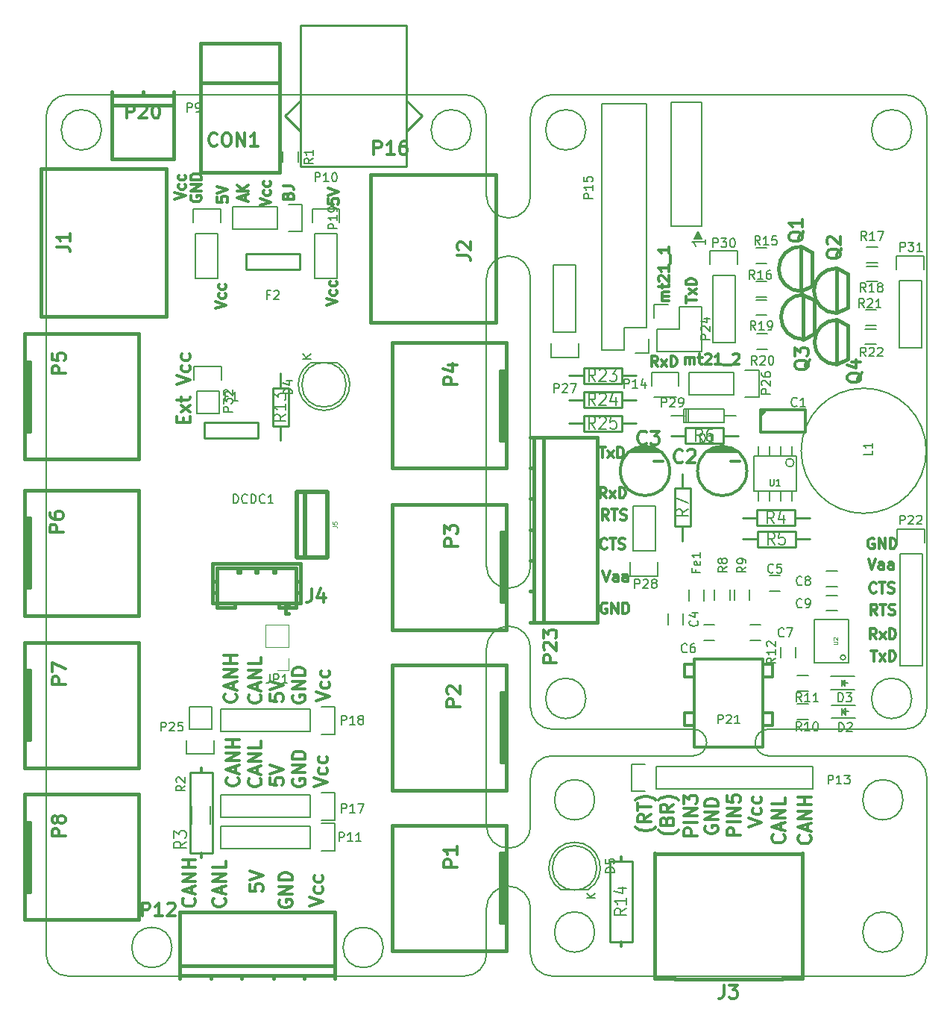
<source format=gto>
G04 #@! TF.GenerationSoftware,KiCad,Pcbnew,5.1.5-52549c5~84~ubuntu18.04.1*
G04 #@! TF.CreationDate,2020-02-09T19:15:05+01:00*
G04 #@! TF.ProjectId,BPI-AddOn,4250492d-4164-4644-9f6e-2e6b69636164,rev?*
G04 #@! TF.SameCoordinates,Original*
G04 #@! TF.FileFunction,Legend,Top*
G04 #@! TF.FilePolarity,Positive*
%FSLAX46Y46*%
G04 Gerber Fmt 4.6, Leading zero omitted, Abs format (unit mm)*
G04 Created by KiCad (PCBNEW 5.1.5-52549c5~84~ubuntu18.04.1) date 2020-02-09 19:15:05*
%MOMM*%
%LPD*%
G04 APERTURE LIST*
%ADD10C,0.300000*%
%ADD11C,0.150000*%
%ADD12C,0.120000*%
%ADD13C,0.248920*%
%ADD14C,0.381000*%
%ADD15C,0.127000*%
%ADD16C,0.304800*%
%ADD17C,0.200000*%
%ADD18C,0.198120*%
%ADD19C,0.254000*%
%ADD20C,0.500000*%
%ADD21C,0.203200*%
%ADD22C,0.149860*%
%ADD23C,0.195580*%
%ADD24C,0.099060*%
%ADD25C,0.125000*%
G04 APERTURE END LIST*
D10*
X140937371Y-133060000D02*
X139437371Y-133060000D01*
X139437371Y-132488571D01*
X139508800Y-132345714D01*
X139580228Y-132274285D01*
X139723085Y-132202857D01*
X139937371Y-132202857D01*
X140080228Y-132274285D01*
X140151657Y-132345714D01*
X140223085Y-132488571D01*
X140223085Y-133060000D01*
X140937371Y-131560000D02*
X139437371Y-131560000D01*
X140937371Y-130845714D02*
X139437371Y-130845714D01*
X140937371Y-129988571D01*
X139437371Y-129988571D01*
X139437371Y-129417142D02*
X139437371Y-128488571D01*
X140008800Y-128988571D01*
X140008800Y-128774285D01*
X140080228Y-128631428D01*
X140151657Y-128560000D01*
X140294514Y-128488571D01*
X140651657Y-128488571D01*
X140794514Y-128560000D01*
X140865942Y-128631428D01*
X140937371Y-128774285D01*
X140937371Y-129202857D01*
X140865942Y-129345714D01*
X140794514Y-129417142D01*
X145814171Y-133009200D02*
X144314171Y-133009200D01*
X144314171Y-132437771D01*
X144385600Y-132294914D01*
X144457028Y-132223485D01*
X144599885Y-132152057D01*
X144814171Y-132152057D01*
X144957028Y-132223485D01*
X145028457Y-132294914D01*
X145099885Y-132437771D01*
X145099885Y-133009200D01*
X145814171Y-131509200D02*
X144314171Y-131509200D01*
X145814171Y-130794914D02*
X144314171Y-130794914D01*
X145814171Y-129937771D01*
X144314171Y-129937771D01*
X144314171Y-128509200D02*
X144314171Y-129223485D01*
X145028457Y-129294914D01*
X144957028Y-129223485D01*
X144885600Y-129080628D01*
X144885600Y-128723485D01*
X144957028Y-128580628D01*
X145028457Y-128509200D01*
X145171314Y-128437771D01*
X145528457Y-128437771D01*
X145671314Y-128509200D01*
X145742742Y-128580628D01*
X145814171Y-128723485D01*
X145814171Y-129080628D01*
X145742742Y-129223485D01*
X145671314Y-129294914D01*
X82569857Y-86216642D02*
X82569857Y-85716642D01*
X83355571Y-85502357D02*
X83355571Y-86216642D01*
X81855571Y-86216642D01*
X81855571Y-85502357D01*
X83355571Y-85002357D02*
X82355571Y-84216642D01*
X82355571Y-85002357D02*
X83355571Y-84216642D01*
X82355571Y-83859500D02*
X82355571Y-83288071D01*
X81855571Y-83645214D02*
X83141285Y-83645214D01*
X83284142Y-83573785D01*
X83355571Y-83430928D01*
X83355571Y-83288071D01*
X81855571Y-81859500D02*
X83355571Y-81359500D01*
X81855571Y-80859500D01*
X83284142Y-79716642D02*
X83355571Y-79859500D01*
X83355571Y-80145214D01*
X83284142Y-80288071D01*
X83212714Y-80359500D01*
X83069857Y-80430928D01*
X82641285Y-80430928D01*
X82498428Y-80359500D01*
X82427000Y-80288071D01*
X82355571Y-80145214D01*
X82355571Y-79859500D01*
X82427000Y-79716642D01*
X83284142Y-78430928D02*
X83355571Y-78573785D01*
X83355571Y-78859500D01*
X83284142Y-79002357D01*
X83212714Y-79073785D01*
X83069857Y-79145214D01*
X82641285Y-79145214D01*
X82498428Y-79073785D01*
X82427000Y-79002357D01*
X82355571Y-78859500D01*
X82355571Y-78573785D01*
X82427000Y-78430928D01*
X136445714Y-79854357D02*
X136045714Y-79282928D01*
X135760000Y-79854357D02*
X135760000Y-78654357D01*
X136217142Y-78654357D01*
X136331428Y-78711500D01*
X136388571Y-78768642D01*
X136445714Y-78882928D01*
X136445714Y-79054357D01*
X136388571Y-79168642D01*
X136331428Y-79225785D01*
X136217142Y-79282928D01*
X135760000Y-79282928D01*
X136845714Y-79854357D02*
X137474285Y-79054357D01*
X136845714Y-79054357D02*
X137474285Y-79854357D01*
X137931428Y-79854357D02*
X137931428Y-78654357D01*
X138217142Y-78654357D01*
X138388571Y-78711500D01*
X138502857Y-78825785D01*
X138560000Y-78940071D01*
X138617142Y-79168642D01*
X138617142Y-79340071D01*
X138560000Y-79568642D01*
X138502857Y-79682928D01*
X138388571Y-79797214D01*
X138217142Y-79854357D01*
X137931428Y-79854357D01*
X139614357Y-72612071D02*
X139614357Y-71926357D01*
X140814357Y-72269214D02*
X139614357Y-72269214D01*
X140814357Y-71640642D02*
X140014357Y-71012071D01*
X140014357Y-71640642D02*
X140814357Y-71012071D01*
X140814357Y-70554928D02*
X139614357Y-70554928D01*
X139614357Y-70269214D01*
X139671500Y-70097785D01*
X139785785Y-69983500D01*
X139900071Y-69926357D01*
X140128642Y-69869214D01*
X140300071Y-69869214D01*
X140528642Y-69926357D01*
X140642928Y-69983500D01*
X140757214Y-70097785D01*
X140814357Y-70269214D01*
X140814357Y-70554928D01*
X139592428Y-79600357D02*
X139592428Y-78800357D01*
X139592428Y-78914642D02*
X139649571Y-78857500D01*
X139763857Y-78800357D01*
X139935285Y-78800357D01*
X140049571Y-78857500D01*
X140106714Y-78971785D01*
X140106714Y-79600357D01*
X140106714Y-78971785D02*
X140163857Y-78857500D01*
X140278142Y-78800357D01*
X140449571Y-78800357D01*
X140563857Y-78857500D01*
X140621000Y-78971785D01*
X140621000Y-79600357D01*
X141021000Y-78800357D02*
X141478142Y-78800357D01*
X141192428Y-78400357D02*
X141192428Y-79428928D01*
X141249571Y-79543214D01*
X141363857Y-79600357D01*
X141478142Y-79600357D01*
X141821000Y-78514642D02*
X141878142Y-78457500D01*
X141992428Y-78400357D01*
X142278142Y-78400357D01*
X142392428Y-78457500D01*
X142449571Y-78514642D01*
X142506714Y-78628928D01*
X142506714Y-78743214D01*
X142449571Y-78914642D01*
X141763857Y-79600357D01*
X142506714Y-79600357D01*
X143649571Y-79600357D02*
X142963857Y-79600357D01*
X143306714Y-79600357D02*
X143306714Y-78400357D01*
X143192428Y-78571785D01*
X143078142Y-78686071D01*
X142963857Y-78743214D01*
X143878142Y-79714642D02*
X144792428Y-79714642D01*
X145021000Y-78514642D02*
X145078142Y-78457500D01*
X145192428Y-78400357D01*
X145478142Y-78400357D01*
X145592428Y-78457500D01*
X145649571Y-78514642D01*
X145706714Y-78628928D01*
X145706714Y-78743214D01*
X145649571Y-78914642D01*
X144963857Y-79600357D01*
X145706714Y-79600357D01*
X137728257Y-72421371D02*
X136928257Y-72421371D01*
X137042542Y-72421371D02*
X136985400Y-72364228D01*
X136928257Y-72249942D01*
X136928257Y-72078514D01*
X136985400Y-71964228D01*
X137099685Y-71907085D01*
X137728257Y-71907085D01*
X137099685Y-71907085D02*
X136985400Y-71849942D01*
X136928257Y-71735657D01*
X136928257Y-71564228D01*
X136985400Y-71449942D01*
X137099685Y-71392800D01*
X137728257Y-71392800D01*
X136928257Y-70992800D02*
X136928257Y-70535657D01*
X136528257Y-70821371D02*
X137556828Y-70821371D01*
X137671114Y-70764228D01*
X137728257Y-70649942D01*
X137728257Y-70535657D01*
X136642542Y-70192800D02*
X136585400Y-70135657D01*
X136528257Y-70021371D01*
X136528257Y-69735657D01*
X136585400Y-69621371D01*
X136642542Y-69564228D01*
X136756828Y-69507085D01*
X136871114Y-69507085D01*
X137042542Y-69564228D01*
X137728257Y-70249942D01*
X137728257Y-69507085D01*
X137728257Y-68364228D02*
X137728257Y-69049942D01*
X137728257Y-68707085D02*
X136528257Y-68707085D01*
X136699685Y-68821371D01*
X136813971Y-68935657D01*
X136871114Y-69049942D01*
X137842542Y-68135657D02*
X137842542Y-67221371D01*
X137728257Y-66307085D02*
X137728257Y-66992800D01*
X137728257Y-66649942D02*
X136528257Y-66649942D01*
X136699685Y-66764228D01*
X136813971Y-66878514D01*
X136871114Y-66992800D01*
X130657714Y-106715000D02*
X130543428Y-106657857D01*
X130372000Y-106657857D01*
X130200571Y-106715000D01*
X130086285Y-106829285D01*
X130029142Y-106943571D01*
X129972000Y-107172142D01*
X129972000Y-107343571D01*
X130029142Y-107572142D01*
X130086285Y-107686428D01*
X130200571Y-107800714D01*
X130372000Y-107857857D01*
X130486285Y-107857857D01*
X130657714Y-107800714D01*
X130714857Y-107743571D01*
X130714857Y-107343571D01*
X130486285Y-107343571D01*
X131229142Y-107857857D02*
X131229142Y-106657857D01*
X131914857Y-107857857D01*
X131914857Y-106657857D01*
X132486285Y-107857857D02*
X132486285Y-106657857D01*
X132772000Y-106657857D01*
X132943428Y-106715000D01*
X133057714Y-106829285D01*
X133114857Y-106943571D01*
X133172000Y-107172142D01*
X133172000Y-107343571D01*
X133114857Y-107572142D01*
X133057714Y-107686428D01*
X132943428Y-107800714D01*
X132772000Y-107857857D01*
X132486285Y-107857857D01*
X130213285Y-103038357D02*
X130613285Y-104238357D01*
X131013285Y-103038357D01*
X131927571Y-104238357D02*
X131927571Y-103609785D01*
X131870428Y-103495500D01*
X131756142Y-103438357D01*
X131527571Y-103438357D01*
X131413285Y-103495500D01*
X131927571Y-104181214D02*
X131813285Y-104238357D01*
X131527571Y-104238357D01*
X131413285Y-104181214D01*
X131356142Y-104066928D01*
X131356142Y-103952642D01*
X131413285Y-103838357D01*
X131527571Y-103781214D01*
X131813285Y-103781214D01*
X131927571Y-103724071D01*
X133013285Y-104238357D02*
X133013285Y-103609785D01*
X132956142Y-103495500D01*
X132841857Y-103438357D01*
X132613285Y-103438357D01*
X132499000Y-103495500D01*
X133013285Y-104181214D02*
X132899000Y-104238357D01*
X132613285Y-104238357D01*
X132499000Y-104181214D01*
X132441857Y-104066928D01*
X132441857Y-103952642D01*
X132499000Y-103838357D01*
X132613285Y-103781214D01*
X132899000Y-103781214D01*
X133013285Y-103724071D01*
X130660857Y-100441071D02*
X130603714Y-100498214D01*
X130432285Y-100555357D01*
X130318000Y-100555357D01*
X130146571Y-100498214D01*
X130032285Y-100383928D01*
X129975142Y-100269642D01*
X129918000Y-100041071D01*
X129918000Y-99869642D01*
X129975142Y-99641071D01*
X130032285Y-99526785D01*
X130146571Y-99412500D01*
X130318000Y-99355357D01*
X130432285Y-99355357D01*
X130603714Y-99412500D01*
X130660857Y-99469642D01*
X131003714Y-99355357D02*
X131689428Y-99355357D01*
X131346571Y-100555357D02*
X131346571Y-99355357D01*
X132032285Y-100498214D02*
X132203714Y-100555357D01*
X132489428Y-100555357D01*
X132603714Y-100498214D01*
X132660857Y-100441071D01*
X132718000Y-100326785D01*
X132718000Y-100212500D01*
X132660857Y-100098214D01*
X132603714Y-100041071D01*
X132489428Y-99983928D01*
X132260857Y-99926785D01*
X132146571Y-99869642D01*
X132089428Y-99812500D01*
X132032285Y-99698214D01*
X132032285Y-99583928D01*
X132089428Y-99469642D01*
X132146571Y-99412500D01*
X132260857Y-99355357D01*
X132546571Y-99355357D01*
X132718000Y-99412500D01*
X130851357Y-97253357D02*
X130451357Y-96681928D01*
X130165642Y-97253357D02*
X130165642Y-96053357D01*
X130622785Y-96053357D01*
X130737071Y-96110500D01*
X130794214Y-96167642D01*
X130851357Y-96281928D01*
X130851357Y-96453357D01*
X130794214Y-96567642D01*
X130737071Y-96624785D01*
X130622785Y-96681928D01*
X130165642Y-96681928D01*
X131194214Y-96053357D02*
X131879928Y-96053357D01*
X131537071Y-97253357D02*
X131537071Y-96053357D01*
X132222785Y-97196214D02*
X132394214Y-97253357D01*
X132679928Y-97253357D01*
X132794214Y-97196214D01*
X132851357Y-97139071D01*
X132908500Y-97024785D01*
X132908500Y-96910500D01*
X132851357Y-96796214D01*
X132794214Y-96739071D01*
X132679928Y-96681928D01*
X132451357Y-96624785D01*
X132337071Y-96567642D01*
X132279928Y-96510500D01*
X132222785Y-96396214D01*
X132222785Y-96281928D01*
X132279928Y-96167642D01*
X132337071Y-96110500D01*
X132451357Y-96053357D01*
X132737071Y-96053357D01*
X132908500Y-96110500D01*
X130603714Y-94776857D02*
X130203714Y-94205428D01*
X129918000Y-94776857D02*
X129918000Y-93576857D01*
X130375142Y-93576857D01*
X130489428Y-93634000D01*
X130546571Y-93691142D01*
X130603714Y-93805428D01*
X130603714Y-93976857D01*
X130546571Y-94091142D01*
X130489428Y-94148285D01*
X130375142Y-94205428D01*
X129918000Y-94205428D01*
X131003714Y-94776857D02*
X131632285Y-93976857D01*
X131003714Y-93976857D02*
X131632285Y-94776857D01*
X132089428Y-94776857D02*
X132089428Y-93576857D01*
X132375142Y-93576857D01*
X132546571Y-93634000D01*
X132660857Y-93748285D01*
X132718000Y-93862571D01*
X132775142Y-94091142D01*
X132775142Y-94262571D01*
X132718000Y-94491142D01*
X132660857Y-94605428D01*
X132546571Y-94719714D01*
X132375142Y-94776857D01*
X132089428Y-94776857D01*
X129825928Y-89004857D02*
X130511642Y-89004857D01*
X130168785Y-90204857D02*
X130168785Y-89004857D01*
X130797357Y-90204857D02*
X131425928Y-89404857D01*
X130797357Y-89404857D02*
X131425928Y-90204857D01*
X131883071Y-90204857D02*
X131883071Y-89004857D01*
X132168785Y-89004857D01*
X132340214Y-89062000D01*
X132454500Y-89176285D01*
X132511642Y-89290571D01*
X132568785Y-89519142D01*
X132568785Y-89690571D01*
X132511642Y-89919142D01*
X132454500Y-90033428D01*
X132340214Y-90147714D01*
X132168785Y-90204857D01*
X131883071Y-90204857D01*
X160363085Y-101654057D02*
X160763085Y-102854057D01*
X161163085Y-101654057D01*
X162077371Y-102854057D02*
X162077371Y-102225485D01*
X162020228Y-102111200D01*
X161905942Y-102054057D01*
X161677371Y-102054057D01*
X161563085Y-102111200D01*
X162077371Y-102796914D02*
X161963085Y-102854057D01*
X161677371Y-102854057D01*
X161563085Y-102796914D01*
X161505942Y-102682628D01*
X161505942Y-102568342D01*
X161563085Y-102454057D01*
X161677371Y-102396914D01*
X161963085Y-102396914D01*
X162077371Y-102339771D01*
X163163085Y-102854057D02*
X163163085Y-102225485D01*
X163105942Y-102111200D01*
X162991657Y-102054057D01*
X162763085Y-102054057D01*
X162648800Y-102111200D01*
X163163085Y-102796914D02*
X163048800Y-102854057D01*
X162763085Y-102854057D01*
X162648800Y-102796914D01*
X162591657Y-102682628D01*
X162591657Y-102568342D01*
X162648800Y-102454057D01*
X162763085Y-102396914D01*
X163048800Y-102396914D01*
X163163085Y-102339771D01*
X160985314Y-99374400D02*
X160871028Y-99317257D01*
X160699600Y-99317257D01*
X160528171Y-99374400D01*
X160413885Y-99488685D01*
X160356742Y-99602971D01*
X160299600Y-99831542D01*
X160299600Y-100002971D01*
X160356742Y-100231542D01*
X160413885Y-100345828D01*
X160528171Y-100460114D01*
X160699600Y-100517257D01*
X160813885Y-100517257D01*
X160985314Y-100460114D01*
X161042457Y-100402971D01*
X161042457Y-100002971D01*
X160813885Y-100002971D01*
X161556742Y-100517257D02*
X161556742Y-99317257D01*
X162242457Y-100517257D01*
X162242457Y-99317257D01*
X162813885Y-100517257D02*
X162813885Y-99317257D01*
X163099600Y-99317257D01*
X163271028Y-99374400D01*
X163385314Y-99488685D01*
X163442457Y-99602971D01*
X163499600Y-99831542D01*
X163499600Y-100002971D01*
X163442457Y-100231542D01*
X163385314Y-100345828D01*
X163271028Y-100460114D01*
X163099600Y-100517257D01*
X162813885Y-100517257D01*
X161242457Y-105432171D02*
X161185314Y-105489314D01*
X161013885Y-105546457D01*
X160899600Y-105546457D01*
X160728171Y-105489314D01*
X160613885Y-105375028D01*
X160556742Y-105260742D01*
X160499600Y-105032171D01*
X160499600Y-104860742D01*
X160556742Y-104632171D01*
X160613885Y-104517885D01*
X160728171Y-104403600D01*
X160899600Y-104346457D01*
X161013885Y-104346457D01*
X161185314Y-104403600D01*
X161242457Y-104460742D01*
X161585314Y-104346457D02*
X162271028Y-104346457D01*
X161928171Y-105546457D02*
X161928171Y-104346457D01*
X162613885Y-105489314D02*
X162785314Y-105546457D01*
X163071028Y-105546457D01*
X163185314Y-105489314D01*
X163242457Y-105432171D01*
X163299600Y-105317885D01*
X163299600Y-105203600D01*
X163242457Y-105089314D01*
X163185314Y-105032171D01*
X163071028Y-104975028D01*
X162842457Y-104917885D01*
X162728171Y-104860742D01*
X162671028Y-104803600D01*
X162613885Y-104689314D01*
X162613885Y-104575028D01*
X162671028Y-104460742D01*
X162728171Y-104403600D01*
X162842457Y-104346457D01*
X163128171Y-104346457D01*
X163299600Y-104403600D01*
X161344057Y-108035657D02*
X160944057Y-107464228D01*
X160658342Y-108035657D02*
X160658342Y-106835657D01*
X161115485Y-106835657D01*
X161229771Y-106892800D01*
X161286914Y-106949942D01*
X161344057Y-107064228D01*
X161344057Y-107235657D01*
X161286914Y-107349942D01*
X161229771Y-107407085D01*
X161115485Y-107464228D01*
X160658342Y-107464228D01*
X161686914Y-106835657D02*
X162372628Y-106835657D01*
X162029771Y-108035657D02*
X162029771Y-106835657D01*
X162715485Y-107978514D02*
X162886914Y-108035657D01*
X163172628Y-108035657D01*
X163286914Y-107978514D01*
X163344057Y-107921371D01*
X163401200Y-107807085D01*
X163401200Y-107692800D01*
X163344057Y-107578514D01*
X163286914Y-107521371D01*
X163172628Y-107464228D01*
X162944057Y-107407085D01*
X162829771Y-107349942D01*
X162772628Y-107292800D01*
X162715485Y-107178514D01*
X162715485Y-107064228D01*
X162772628Y-106949942D01*
X162829771Y-106892800D01*
X162944057Y-106835657D01*
X163229771Y-106835657D01*
X163401200Y-106892800D01*
X161286914Y-110778857D02*
X160886914Y-110207428D01*
X160601200Y-110778857D02*
X160601200Y-109578857D01*
X161058342Y-109578857D01*
X161172628Y-109636000D01*
X161229771Y-109693142D01*
X161286914Y-109807428D01*
X161286914Y-109978857D01*
X161229771Y-110093142D01*
X161172628Y-110150285D01*
X161058342Y-110207428D01*
X160601200Y-110207428D01*
X161686914Y-110778857D02*
X162315485Y-109978857D01*
X161686914Y-109978857D02*
X162315485Y-110778857D01*
X162772628Y-110778857D02*
X162772628Y-109578857D01*
X163058342Y-109578857D01*
X163229771Y-109636000D01*
X163344057Y-109750285D01*
X163401200Y-109864571D01*
X163458342Y-110093142D01*
X163458342Y-110264571D01*
X163401200Y-110493142D01*
X163344057Y-110607428D01*
X163229771Y-110721714D01*
X163058342Y-110778857D01*
X162772628Y-110778857D01*
X160674228Y-112068057D02*
X161359942Y-112068057D01*
X161017085Y-113268057D02*
X161017085Y-112068057D01*
X161645657Y-113268057D02*
X162274228Y-112468057D01*
X161645657Y-112468057D02*
X162274228Y-113268057D01*
X162731371Y-113268057D02*
X162731371Y-112068057D01*
X163017085Y-112068057D01*
X163188514Y-112125200D01*
X163302800Y-112239485D01*
X163359942Y-112353771D01*
X163417085Y-112582342D01*
X163417085Y-112753771D01*
X163359942Y-112982342D01*
X163302800Y-113096628D01*
X163188514Y-113210914D01*
X163017085Y-113268057D01*
X162731371Y-113268057D01*
D11*
X167000000Y-126500000D02*
X167000000Y-146500000D01*
X167000000Y-118500000D02*
X167000000Y-51500000D01*
X122000000Y-112500000D02*
X122000000Y-118500000D01*
X122000000Y-126500000D02*
X122000000Y-132000000D01*
D10*
X89582600Y-61007514D02*
X89582600Y-60436085D01*
X89925457Y-61121800D02*
X88725457Y-60721800D01*
X89925457Y-60321800D01*
X89925457Y-59921800D02*
X88725457Y-59921800D01*
X89925457Y-59236085D02*
X89239742Y-59750371D01*
X88725457Y-59236085D02*
X89411171Y-59921800D01*
X94478485Y-60493228D02*
X94535628Y-60321800D01*
X94592771Y-60264657D01*
X94707057Y-60207514D01*
X94878485Y-60207514D01*
X94992771Y-60264657D01*
X95049914Y-60321800D01*
X95107057Y-60436085D01*
X95107057Y-60893228D01*
X93907057Y-60893228D01*
X93907057Y-60493228D01*
X93964200Y-60378942D01*
X94021342Y-60321800D01*
X94135628Y-60264657D01*
X94249914Y-60264657D01*
X94364200Y-60321800D01*
X94421342Y-60378942D01*
X94478485Y-60493228D01*
X94478485Y-60893228D01*
X93907057Y-59350371D02*
X94764200Y-59350371D01*
X94935628Y-59407514D01*
X95049914Y-59521800D01*
X95107057Y-59693228D01*
X95107057Y-59807514D01*
X91290857Y-61575771D02*
X92490857Y-61175771D01*
X91290857Y-60775771D01*
X92433714Y-59861485D02*
X92490857Y-59975771D01*
X92490857Y-60204342D01*
X92433714Y-60318628D01*
X92376571Y-60375771D01*
X92262285Y-60432914D01*
X91919428Y-60432914D01*
X91805142Y-60375771D01*
X91748000Y-60318628D01*
X91690857Y-60204342D01*
X91690857Y-59975771D01*
X91748000Y-59861485D01*
X92433714Y-58832914D02*
X92490857Y-58947200D01*
X92490857Y-59175771D01*
X92433714Y-59290057D01*
X92376571Y-59347200D01*
X92262285Y-59404342D01*
X91919428Y-59404342D01*
X91805142Y-59347200D01*
X91748000Y-59290057D01*
X91690857Y-59175771D01*
X91690857Y-58947200D01*
X91748000Y-58832914D01*
X98809257Y-72904171D02*
X100009257Y-72504171D01*
X98809257Y-72104171D01*
X99952114Y-71189885D02*
X100009257Y-71304171D01*
X100009257Y-71532742D01*
X99952114Y-71647028D01*
X99894971Y-71704171D01*
X99780685Y-71761314D01*
X99437828Y-71761314D01*
X99323542Y-71704171D01*
X99266400Y-71647028D01*
X99209257Y-71532742D01*
X99209257Y-71304171D01*
X99266400Y-71189885D01*
X99952114Y-70161314D02*
X100009257Y-70275600D01*
X100009257Y-70504171D01*
X99952114Y-70618457D01*
X99894971Y-70675600D01*
X99780685Y-70732742D01*
X99437828Y-70732742D01*
X99323542Y-70675600D01*
X99266400Y-70618457D01*
X99209257Y-70504171D01*
X99209257Y-70275600D01*
X99266400Y-70161314D01*
X99012457Y-60832971D02*
X99012457Y-61404400D01*
X99583885Y-61461542D01*
X99526742Y-61404400D01*
X99469600Y-61290114D01*
X99469600Y-61004400D01*
X99526742Y-60890114D01*
X99583885Y-60832971D01*
X99698171Y-60775828D01*
X99983885Y-60775828D01*
X100098171Y-60832971D01*
X100155314Y-60890114D01*
X100212457Y-61004400D01*
X100212457Y-61290114D01*
X100155314Y-61404400D01*
X100098171Y-61461542D01*
X99012457Y-60432971D02*
X100212457Y-60032971D01*
X99012457Y-59632971D01*
X86210857Y-73259771D02*
X87410857Y-72859771D01*
X86210857Y-72459771D01*
X87353714Y-71545485D02*
X87410857Y-71659771D01*
X87410857Y-71888342D01*
X87353714Y-72002628D01*
X87296571Y-72059771D01*
X87182285Y-72116914D01*
X86839428Y-72116914D01*
X86725142Y-72059771D01*
X86668000Y-72002628D01*
X86610857Y-71888342D01*
X86610857Y-71659771D01*
X86668000Y-71545485D01*
X87353714Y-70516914D02*
X87410857Y-70631200D01*
X87410857Y-70859771D01*
X87353714Y-70974057D01*
X87296571Y-71031200D01*
X87182285Y-71088342D01*
X86839428Y-71088342D01*
X86725142Y-71031200D01*
X86668000Y-70974057D01*
X86610857Y-70859771D01*
X86610857Y-70631200D01*
X86668000Y-70516914D01*
X86414057Y-60604371D02*
X86414057Y-61175800D01*
X86985485Y-61232942D01*
X86928342Y-61175800D01*
X86871200Y-61061514D01*
X86871200Y-60775800D01*
X86928342Y-60661514D01*
X86985485Y-60604371D01*
X87099771Y-60547228D01*
X87385485Y-60547228D01*
X87499771Y-60604371D01*
X87556914Y-60661514D01*
X87614057Y-60775800D01*
X87614057Y-61061514D01*
X87556914Y-61175800D01*
X87499771Y-61232942D01*
X86414057Y-60204371D02*
X87614057Y-59804371D01*
X86414057Y-59404371D01*
X83474000Y-60477285D02*
X83416857Y-60591571D01*
X83416857Y-60763000D01*
X83474000Y-60934428D01*
X83588285Y-61048714D01*
X83702571Y-61105857D01*
X83931142Y-61163000D01*
X84102571Y-61163000D01*
X84331142Y-61105857D01*
X84445428Y-61048714D01*
X84559714Y-60934428D01*
X84616857Y-60763000D01*
X84616857Y-60648714D01*
X84559714Y-60477285D01*
X84502571Y-60420142D01*
X84102571Y-60420142D01*
X84102571Y-60648714D01*
X84616857Y-59905857D02*
X83416857Y-59905857D01*
X84616857Y-59220142D01*
X83416857Y-59220142D01*
X84616857Y-58648714D02*
X83416857Y-58648714D01*
X83416857Y-58363000D01*
X83474000Y-58191571D01*
X83588285Y-58077285D01*
X83702571Y-58020142D01*
X83931142Y-57963000D01*
X84102571Y-57963000D01*
X84331142Y-58020142D01*
X84445428Y-58077285D01*
X84559714Y-58191571D01*
X84616857Y-58363000D01*
X84616857Y-58648714D01*
X81613457Y-60889971D02*
X82813457Y-60489971D01*
X81613457Y-60089971D01*
X82756314Y-59175685D02*
X82813457Y-59289971D01*
X82813457Y-59518542D01*
X82756314Y-59632828D01*
X82699171Y-59689971D01*
X82584885Y-59747114D01*
X82242028Y-59747114D01*
X82127742Y-59689971D01*
X82070600Y-59632828D01*
X82013457Y-59518542D01*
X82013457Y-59289971D01*
X82070600Y-59175685D01*
X82756314Y-58147114D02*
X82813457Y-58261400D01*
X82813457Y-58489971D01*
X82756314Y-58604257D01*
X82699171Y-58661400D01*
X82584885Y-58718542D01*
X82242028Y-58718542D01*
X82127742Y-58661400D01*
X82070600Y-58604257D01*
X82013457Y-58489971D01*
X82013457Y-58261400D01*
X82070600Y-58147114D01*
D11*
X117000000Y-69800000D02*
X117000000Y-102500000D01*
X122000000Y-102500000D02*
X122000000Y-69800000D01*
X117000000Y-112500000D02*
X117000000Y-111800000D01*
X122000000Y-112500000D02*
X122000000Y-111800000D01*
X117000000Y-146500000D02*
X117000000Y-141300000D01*
X122000000Y-141300000D02*
X122000000Y-146500000D01*
D10*
X138820000Y-132454285D02*
X138748571Y-132525714D01*
X138534285Y-132668571D01*
X138391428Y-132740000D01*
X138177142Y-132811428D01*
X137820000Y-132882857D01*
X137534285Y-132882857D01*
X137177142Y-132811428D01*
X136962857Y-132740000D01*
X136820000Y-132668571D01*
X136605714Y-132525714D01*
X136534285Y-132454285D01*
X137462857Y-131382857D02*
X137534285Y-131168571D01*
X137605714Y-131097142D01*
X137748571Y-131025714D01*
X137962857Y-131025714D01*
X138105714Y-131097142D01*
X138177142Y-131168571D01*
X138248571Y-131311428D01*
X138248571Y-131882857D01*
X136748571Y-131882857D01*
X136748571Y-131382857D01*
X136820000Y-131240000D01*
X136891428Y-131168571D01*
X137034285Y-131097142D01*
X137177142Y-131097142D01*
X137320000Y-131168571D01*
X137391428Y-131240000D01*
X137462857Y-131382857D01*
X137462857Y-131882857D01*
X138248571Y-129525714D02*
X137534285Y-130025714D01*
X138248571Y-130382857D02*
X136748571Y-130382857D01*
X136748571Y-129811428D01*
X136820000Y-129668571D01*
X136891428Y-129597142D01*
X137034285Y-129525714D01*
X137248571Y-129525714D01*
X137391428Y-129597142D01*
X137462857Y-129668571D01*
X137534285Y-129811428D01*
X137534285Y-130382857D01*
X138820000Y-129025714D02*
X138748571Y-128954285D01*
X138534285Y-128811428D01*
X138391428Y-128740000D01*
X138177142Y-128668571D01*
X137820000Y-128597142D01*
X137534285Y-128597142D01*
X137177142Y-128668571D01*
X136962857Y-128740000D01*
X136820000Y-128811428D01*
X136605714Y-128954285D01*
X136534285Y-129025714D01*
X136220000Y-132095714D02*
X136148571Y-132167142D01*
X135934285Y-132310000D01*
X135791428Y-132381428D01*
X135577142Y-132452857D01*
X135220000Y-132524285D01*
X134934285Y-132524285D01*
X134577142Y-132452857D01*
X134362857Y-132381428D01*
X134220000Y-132310000D01*
X134005714Y-132167142D01*
X133934285Y-132095714D01*
X135648571Y-130667142D02*
X134934285Y-131167142D01*
X135648571Y-131524285D02*
X134148571Y-131524285D01*
X134148571Y-130952857D01*
X134220000Y-130810000D01*
X134291428Y-130738571D01*
X134434285Y-130667142D01*
X134648571Y-130667142D01*
X134791428Y-130738571D01*
X134862857Y-130810000D01*
X134934285Y-130952857D01*
X134934285Y-131524285D01*
X134148571Y-130238571D02*
X134148571Y-129381428D01*
X135648571Y-129810000D02*
X134148571Y-129810000D01*
X136220000Y-129024285D02*
X136148571Y-128952857D01*
X135934285Y-128810000D01*
X135791428Y-128738571D01*
X135577142Y-128667142D01*
X135220000Y-128595714D01*
X134934285Y-128595714D01*
X134577142Y-128667142D01*
X134362857Y-128738571D01*
X134220000Y-128810000D01*
X134005714Y-128952857D01*
X133934285Y-129024285D01*
X146728571Y-132095714D02*
X148228571Y-131595714D01*
X146728571Y-131095714D01*
X148157142Y-129952857D02*
X148228571Y-130095714D01*
X148228571Y-130381428D01*
X148157142Y-130524285D01*
X148085714Y-130595714D01*
X147942857Y-130667142D01*
X147514285Y-130667142D01*
X147371428Y-130595714D01*
X147300000Y-130524285D01*
X147228571Y-130381428D01*
X147228571Y-130095714D01*
X147300000Y-129952857D01*
X148157142Y-128667142D02*
X148228571Y-128810000D01*
X148228571Y-129095714D01*
X148157142Y-129238571D01*
X148085714Y-129310000D01*
X147942857Y-129381428D01*
X147514285Y-129381428D01*
X147371428Y-129310000D01*
X147300000Y-129238571D01*
X147228571Y-129095714D01*
X147228571Y-128810000D01*
X147300000Y-128667142D01*
X141860000Y-131982857D02*
X141788571Y-132125714D01*
X141788571Y-132340000D01*
X141860000Y-132554285D01*
X142002857Y-132697142D01*
X142145714Y-132768571D01*
X142431428Y-132840000D01*
X142645714Y-132840000D01*
X142931428Y-132768571D01*
X143074285Y-132697142D01*
X143217142Y-132554285D01*
X143288571Y-132340000D01*
X143288571Y-132197142D01*
X143217142Y-131982857D01*
X143145714Y-131911428D01*
X142645714Y-131911428D01*
X142645714Y-132197142D01*
X143288571Y-131268571D02*
X141788571Y-131268571D01*
X143288571Y-130411428D01*
X141788571Y-130411428D01*
X143288571Y-129697142D02*
X141788571Y-129697142D01*
X141788571Y-129340000D01*
X141860000Y-129125714D01*
X142002857Y-128982857D01*
X142145714Y-128911428D01*
X142431428Y-128840000D01*
X142645714Y-128840000D01*
X142931428Y-128911428D01*
X143074285Y-128982857D01*
X143217142Y-129125714D01*
X143288571Y-129340000D01*
X143288571Y-129697142D01*
X150735714Y-132971428D02*
X150807142Y-133042857D01*
X150878571Y-133257142D01*
X150878571Y-133400000D01*
X150807142Y-133614285D01*
X150664285Y-133757142D01*
X150521428Y-133828571D01*
X150235714Y-133900000D01*
X150021428Y-133900000D01*
X149735714Y-133828571D01*
X149592857Y-133757142D01*
X149450000Y-133614285D01*
X149378571Y-133400000D01*
X149378571Y-133257142D01*
X149450000Y-133042857D01*
X149521428Y-132971428D01*
X150450000Y-132400000D02*
X150450000Y-131685714D01*
X150878571Y-132542857D02*
X149378571Y-132042857D01*
X150878571Y-131542857D01*
X150878571Y-131042857D02*
X149378571Y-131042857D01*
X150878571Y-130185714D01*
X149378571Y-130185714D01*
X150878571Y-128757142D02*
X150878571Y-129471428D01*
X149378571Y-129471428D01*
X153735714Y-133050000D02*
X153807142Y-133121428D01*
X153878571Y-133335714D01*
X153878571Y-133478571D01*
X153807142Y-133692857D01*
X153664285Y-133835714D01*
X153521428Y-133907142D01*
X153235714Y-133978571D01*
X153021428Y-133978571D01*
X152735714Y-133907142D01*
X152592857Y-133835714D01*
X152450000Y-133692857D01*
X152378571Y-133478571D01*
X152378571Y-133335714D01*
X152450000Y-133121428D01*
X152521428Y-133050000D01*
X153450000Y-132478571D02*
X153450000Y-131764285D01*
X153878571Y-132621428D02*
X152378571Y-132121428D01*
X153878571Y-131621428D01*
X153878571Y-131121428D02*
X152378571Y-131121428D01*
X153878571Y-130264285D01*
X152378571Y-130264285D01*
X153878571Y-129550000D02*
X152378571Y-129550000D01*
X153092857Y-129550000D02*
X153092857Y-128692857D01*
X153878571Y-128692857D02*
X152378571Y-128692857D01*
X96928571Y-141035714D02*
X98428571Y-140535714D01*
X96928571Y-140035714D01*
X98357142Y-138892857D02*
X98428571Y-139035714D01*
X98428571Y-139321428D01*
X98357142Y-139464285D01*
X98285714Y-139535714D01*
X98142857Y-139607142D01*
X97714285Y-139607142D01*
X97571428Y-139535714D01*
X97500000Y-139464285D01*
X97428571Y-139321428D01*
X97428571Y-139035714D01*
X97500000Y-138892857D01*
X98357142Y-137607142D02*
X98428571Y-137750000D01*
X98428571Y-138035714D01*
X98357142Y-138178571D01*
X98285714Y-138250000D01*
X98142857Y-138321428D01*
X97714285Y-138321428D01*
X97571428Y-138250000D01*
X97500000Y-138178571D01*
X97428571Y-138035714D01*
X97428571Y-137750000D01*
X97500000Y-137607142D01*
X93500000Y-140392857D02*
X93428571Y-140535714D01*
X93428571Y-140750000D01*
X93500000Y-140964285D01*
X93642857Y-141107142D01*
X93785714Y-141178571D01*
X94071428Y-141250000D01*
X94285714Y-141250000D01*
X94571428Y-141178571D01*
X94714285Y-141107142D01*
X94857142Y-140964285D01*
X94928571Y-140750000D01*
X94928571Y-140607142D01*
X94857142Y-140392857D01*
X94785714Y-140321428D01*
X94285714Y-140321428D01*
X94285714Y-140607142D01*
X94928571Y-139678571D02*
X93428571Y-139678571D01*
X94928571Y-138821428D01*
X93428571Y-138821428D01*
X94928571Y-138107142D02*
X93428571Y-138107142D01*
X93428571Y-137750000D01*
X93500000Y-137535714D01*
X93642857Y-137392857D01*
X93785714Y-137321428D01*
X94071428Y-137250000D01*
X94285714Y-137250000D01*
X94571428Y-137321428D01*
X94714285Y-137392857D01*
X94857142Y-137535714D01*
X94928571Y-137750000D01*
X94928571Y-138107142D01*
X90128571Y-138615714D02*
X90128571Y-139330000D01*
X90842857Y-139401428D01*
X90771428Y-139330000D01*
X90700000Y-139187142D01*
X90700000Y-138830000D01*
X90771428Y-138687142D01*
X90842857Y-138615714D01*
X90985714Y-138544285D01*
X91342857Y-138544285D01*
X91485714Y-138615714D01*
X91557142Y-138687142D01*
X91628571Y-138830000D01*
X91628571Y-139187142D01*
X91557142Y-139330000D01*
X91485714Y-139401428D01*
X90128571Y-138115714D02*
X91628571Y-137615714D01*
X90128571Y-137115714D01*
X87235714Y-140171428D02*
X87307142Y-140242857D01*
X87378571Y-140457142D01*
X87378571Y-140600000D01*
X87307142Y-140814285D01*
X87164285Y-140957142D01*
X87021428Y-141028571D01*
X86735714Y-141100000D01*
X86521428Y-141100000D01*
X86235714Y-141028571D01*
X86092857Y-140957142D01*
X85950000Y-140814285D01*
X85878571Y-140600000D01*
X85878571Y-140457142D01*
X85950000Y-140242857D01*
X86021428Y-140171428D01*
X86950000Y-139600000D02*
X86950000Y-138885714D01*
X87378571Y-139742857D02*
X85878571Y-139242857D01*
X87378571Y-138742857D01*
X87378571Y-138242857D02*
X85878571Y-138242857D01*
X87378571Y-137385714D01*
X85878571Y-137385714D01*
X87378571Y-135957142D02*
X87378571Y-136671428D01*
X85878571Y-136671428D01*
X83825714Y-140170000D02*
X83897142Y-140241428D01*
X83968571Y-140455714D01*
X83968571Y-140598571D01*
X83897142Y-140812857D01*
X83754285Y-140955714D01*
X83611428Y-141027142D01*
X83325714Y-141098571D01*
X83111428Y-141098571D01*
X82825714Y-141027142D01*
X82682857Y-140955714D01*
X82540000Y-140812857D01*
X82468571Y-140598571D01*
X82468571Y-140455714D01*
X82540000Y-140241428D01*
X82611428Y-140170000D01*
X83540000Y-139598571D02*
X83540000Y-138884285D01*
X83968571Y-139741428D02*
X82468571Y-139241428D01*
X83968571Y-138741428D01*
X83968571Y-138241428D02*
X82468571Y-138241428D01*
X83968571Y-137384285D01*
X82468571Y-137384285D01*
X83968571Y-136670000D02*
X82468571Y-136670000D01*
X83182857Y-136670000D02*
X83182857Y-135812857D01*
X83968571Y-135812857D02*
X82468571Y-135812857D01*
X97678571Y-117785714D02*
X99178571Y-117285714D01*
X97678571Y-116785714D01*
X99107142Y-115642857D02*
X99178571Y-115785714D01*
X99178571Y-116071428D01*
X99107142Y-116214285D01*
X99035714Y-116285714D01*
X98892857Y-116357142D01*
X98464285Y-116357142D01*
X98321428Y-116285714D01*
X98250000Y-116214285D01*
X98178571Y-116071428D01*
X98178571Y-115785714D01*
X98250000Y-115642857D01*
X99107142Y-114357142D02*
X99178571Y-114500000D01*
X99178571Y-114785714D01*
X99107142Y-114928571D01*
X99035714Y-115000000D01*
X98892857Y-115071428D01*
X98464285Y-115071428D01*
X98321428Y-115000000D01*
X98250000Y-114928571D01*
X98178571Y-114785714D01*
X98178571Y-114500000D01*
X98250000Y-114357142D01*
X95000000Y-117142857D02*
X94928571Y-117285714D01*
X94928571Y-117500000D01*
X95000000Y-117714285D01*
X95142857Y-117857142D01*
X95285714Y-117928571D01*
X95571428Y-118000000D01*
X95785714Y-118000000D01*
X96071428Y-117928571D01*
X96214285Y-117857142D01*
X96357142Y-117714285D01*
X96428571Y-117500000D01*
X96428571Y-117357142D01*
X96357142Y-117142857D01*
X96285714Y-117071428D01*
X95785714Y-117071428D01*
X95785714Y-117357142D01*
X96428571Y-116428571D02*
X94928571Y-116428571D01*
X96428571Y-115571428D01*
X94928571Y-115571428D01*
X96428571Y-114857142D02*
X94928571Y-114857142D01*
X94928571Y-114500000D01*
X95000000Y-114285714D01*
X95142857Y-114142857D01*
X95285714Y-114071428D01*
X95571428Y-114000000D01*
X95785714Y-114000000D01*
X96071428Y-114071428D01*
X96214285Y-114142857D01*
X96357142Y-114285714D01*
X96428571Y-114500000D01*
X96428571Y-114857142D01*
X92428571Y-117035714D02*
X92428571Y-117750000D01*
X93142857Y-117821428D01*
X93071428Y-117750000D01*
X93000000Y-117607142D01*
X93000000Y-117250000D01*
X93071428Y-117107142D01*
X93142857Y-117035714D01*
X93285714Y-116964285D01*
X93642857Y-116964285D01*
X93785714Y-117035714D01*
X93857142Y-117107142D01*
X93928571Y-117250000D01*
X93928571Y-117607142D01*
X93857142Y-117750000D01*
X93785714Y-117821428D01*
X92428571Y-116535714D02*
X93928571Y-116035714D01*
X92428571Y-115535714D01*
X91285714Y-117071428D02*
X91357142Y-117142857D01*
X91428571Y-117357142D01*
X91428571Y-117500000D01*
X91357142Y-117714285D01*
X91214285Y-117857142D01*
X91071428Y-117928571D01*
X90785714Y-118000000D01*
X90571428Y-118000000D01*
X90285714Y-117928571D01*
X90142857Y-117857142D01*
X90000000Y-117714285D01*
X89928571Y-117500000D01*
X89928571Y-117357142D01*
X90000000Y-117142857D01*
X90071428Y-117071428D01*
X91000000Y-116500000D02*
X91000000Y-115785714D01*
X91428571Y-116642857D02*
X89928571Y-116142857D01*
X91428571Y-115642857D01*
X91428571Y-115142857D02*
X89928571Y-115142857D01*
X91428571Y-114285714D01*
X89928571Y-114285714D01*
X91428571Y-112857142D02*
X91428571Y-113571428D01*
X89928571Y-113571428D01*
X88535714Y-117000000D02*
X88607142Y-117071428D01*
X88678571Y-117285714D01*
X88678571Y-117428571D01*
X88607142Y-117642857D01*
X88464285Y-117785714D01*
X88321428Y-117857142D01*
X88035714Y-117928571D01*
X87821428Y-117928571D01*
X87535714Y-117857142D01*
X87392857Y-117785714D01*
X87250000Y-117642857D01*
X87178571Y-117428571D01*
X87178571Y-117285714D01*
X87250000Y-117071428D01*
X87321428Y-117000000D01*
X88250000Y-116428571D02*
X88250000Y-115714285D01*
X88678571Y-116571428D02*
X87178571Y-116071428D01*
X88678571Y-115571428D01*
X88678571Y-115071428D02*
X87178571Y-115071428D01*
X88678571Y-114214285D01*
X87178571Y-114214285D01*
X88678571Y-113500000D02*
X87178571Y-113500000D01*
X87892857Y-113500000D02*
X87892857Y-112642857D01*
X88678571Y-112642857D02*
X87178571Y-112642857D01*
X97428571Y-127535714D02*
X98928571Y-127035714D01*
X97428571Y-126535714D01*
X98857142Y-125392857D02*
X98928571Y-125535714D01*
X98928571Y-125821428D01*
X98857142Y-125964285D01*
X98785714Y-126035714D01*
X98642857Y-126107142D01*
X98214285Y-126107142D01*
X98071428Y-126035714D01*
X98000000Y-125964285D01*
X97928571Y-125821428D01*
X97928571Y-125535714D01*
X98000000Y-125392857D01*
X98857142Y-124107142D02*
X98928571Y-124250000D01*
X98928571Y-124535714D01*
X98857142Y-124678571D01*
X98785714Y-124750000D01*
X98642857Y-124821428D01*
X98214285Y-124821428D01*
X98071428Y-124750000D01*
X98000000Y-124678571D01*
X97928571Y-124535714D01*
X97928571Y-124250000D01*
X98000000Y-124107142D01*
X92428571Y-126535714D02*
X92428571Y-127250000D01*
X93142857Y-127321428D01*
X93071428Y-127250000D01*
X93000000Y-127107142D01*
X93000000Y-126750000D01*
X93071428Y-126607142D01*
X93142857Y-126535714D01*
X93285714Y-126464285D01*
X93642857Y-126464285D01*
X93785714Y-126535714D01*
X93857142Y-126607142D01*
X93928571Y-126750000D01*
X93928571Y-127107142D01*
X93857142Y-127250000D01*
X93785714Y-127321428D01*
X92428571Y-126035714D02*
X93928571Y-125535714D01*
X92428571Y-125035714D01*
X95000000Y-126642857D02*
X94928571Y-126785714D01*
X94928571Y-127000000D01*
X95000000Y-127214285D01*
X95142857Y-127357142D01*
X95285714Y-127428571D01*
X95571428Y-127500000D01*
X95785714Y-127500000D01*
X96071428Y-127428571D01*
X96214285Y-127357142D01*
X96357142Y-127214285D01*
X96428571Y-127000000D01*
X96428571Y-126857142D01*
X96357142Y-126642857D01*
X96285714Y-126571428D01*
X95785714Y-126571428D01*
X95785714Y-126857142D01*
X96428571Y-125928571D02*
X94928571Y-125928571D01*
X96428571Y-125071428D01*
X94928571Y-125071428D01*
X96428571Y-124357142D02*
X94928571Y-124357142D01*
X94928571Y-124000000D01*
X95000000Y-123785714D01*
X95142857Y-123642857D01*
X95285714Y-123571428D01*
X95571428Y-123500000D01*
X95785714Y-123500000D01*
X96071428Y-123571428D01*
X96214285Y-123642857D01*
X96357142Y-123785714D01*
X96428571Y-124000000D01*
X96428571Y-124357142D01*
X88785714Y-126500000D02*
X88857142Y-126571428D01*
X88928571Y-126785714D01*
X88928571Y-126928571D01*
X88857142Y-127142857D01*
X88714285Y-127285714D01*
X88571428Y-127357142D01*
X88285714Y-127428571D01*
X88071428Y-127428571D01*
X87785714Y-127357142D01*
X87642857Y-127285714D01*
X87500000Y-127142857D01*
X87428571Y-126928571D01*
X87428571Y-126785714D01*
X87500000Y-126571428D01*
X87571428Y-126500000D01*
X88500000Y-125928571D02*
X88500000Y-125214285D01*
X88928571Y-126071428D02*
X87428571Y-125571428D01*
X88928571Y-125071428D01*
X88928571Y-124571428D02*
X87428571Y-124571428D01*
X88928571Y-123714285D01*
X87428571Y-123714285D01*
X88928571Y-123000000D02*
X87428571Y-123000000D01*
X88142857Y-123000000D02*
X88142857Y-122142857D01*
X88928571Y-122142857D02*
X87428571Y-122142857D01*
X91285714Y-126571428D02*
X91357142Y-126642857D01*
X91428571Y-126857142D01*
X91428571Y-127000000D01*
X91357142Y-127214285D01*
X91214285Y-127357142D01*
X91071428Y-127428571D01*
X90785714Y-127500000D01*
X90571428Y-127500000D01*
X90285714Y-127428571D01*
X90142857Y-127357142D01*
X90000000Y-127214285D01*
X89928571Y-127000000D01*
X89928571Y-126857142D01*
X90000000Y-126642857D01*
X90071428Y-126571428D01*
X91000000Y-126000000D02*
X91000000Y-125285714D01*
X91428571Y-126142857D02*
X89928571Y-125642857D01*
X91428571Y-125142857D01*
X91428571Y-124642857D02*
X89928571Y-124642857D01*
X91428571Y-123785714D01*
X89928571Y-123785714D01*
X91428571Y-122357142D02*
X91428571Y-123071428D01*
X89928571Y-123071428D01*
D11*
X117000000Y-129500000D02*
X117000000Y-132000000D01*
X117000000Y-112500000D02*
X117000000Y-129500000D01*
X117000000Y-102500000D02*
G75*
G03X119500000Y-105000000I2500000J0D01*
G01*
X119500000Y-105000000D02*
G75*
G03X122000000Y-102500000I0J2500000D01*
G01*
X119500000Y-109300000D02*
G75*
G03X117000000Y-111800000I0J-2500000D01*
G01*
X122000000Y-111800000D02*
G75*
G03X119500000Y-109300000I-2500000J0D01*
G01*
X149000000Y-124000000D02*
X164500000Y-124000000D01*
X167000000Y-126500000D02*
G75*
G03X164500000Y-124000000I-2500000J0D01*
G01*
X149000000Y-121000000D02*
X164500000Y-121000000D01*
X124500000Y-124000000D02*
X140500000Y-124000000D01*
X124500000Y-121000000D02*
X140500000Y-121000000D01*
X164500000Y-121000000D02*
G75*
G03X167000000Y-118500000I0J2500000D01*
G01*
X147500000Y-122500000D02*
G75*
G03X149000000Y-124000000I1500000J0D01*
G01*
X149000000Y-121000000D02*
G75*
G03X147500000Y-122500000I0J-1500000D01*
G01*
X140500000Y-124000000D02*
G75*
G03X142000000Y-122500000I0J1500000D01*
G01*
X142000000Y-122500000D02*
G75*
G03X140500000Y-121000000I-1500000J0D01*
G01*
X122000000Y-118500000D02*
G75*
G03X124500000Y-121000000I2500000J0D01*
G01*
X124500000Y-124000000D02*
G75*
G03X122000000Y-126500000I0J-2500000D01*
G01*
X119500000Y-67300000D02*
G75*
G03X117000000Y-69800000I0J-2500000D01*
G01*
X122000000Y-69800000D02*
G75*
G03X119500000Y-67300000I-2500000J0D01*
G01*
X117000000Y-132000000D02*
G75*
G03X119500000Y-134500000I2500000J0D01*
G01*
X119500000Y-134500000D02*
G75*
G03X122000000Y-132000000I0J2500000D01*
G01*
X122000000Y-60500000D02*
X122000000Y-51500000D01*
X119500000Y-63000000D02*
G75*
G03X122000000Y-60500000I0J2500000D01*
G01*
X117000000Y-60500000D02*
G75*
G03X119500000Y-63000000I2500000J0D01*
G01*
X124500000Y-49000000D02*
G75*
G03X122000000Y-51500000I0J-2500000D01*
G01*
X119500000Y-138800000D02*
G75*
G03X117000000Y-141300000I0J-2500000D01*
G01*
X122000000Y-141300000D02*
G75*
G03X119500000Y-138800000I-2500000J0D01*
G01*
X117000000Y-51500000D02*
X117000000Y-60500000D01*
X124500000Y-49000000D02*
X164500000Y-49000000D01*
X124500000Y-149000000D02*
X164500000Y-149000000D01*
X122000000Y-146500000D02*
G75*
G03X124500000Y-149000000I2500000J0D01*
G01*
X117000000Y-51500000D02*
G75*
G03X114500000Y-49000000I-2500000J0D01*
G01*
X114500000Y-149000000D02*
G75*
G03X117000000Y-146500000I0J2500000D01*
G01*
X67000000Y-146500000D02*
G75*
G03X69500000Y-149000000I2500000J0D01*
G01*
X164500000Y-149000000D02*
G75*
G03X167000000Y-146500000I0J2500000D01*
G01*
X69500000Y-49000000D02*
G75*
G03X67000000Y-51500000I0J-2500000D01*
G01*
X167000000Y-51500000D02*
G75*
G03X164500000Y-49000000I-2500000J0D01*
G01*
X67000000Y-146500000D02*
X67000000Y-51500000D01*
X69500000Y-149000000D02*
X114500000Y-149000000D01*
X69500000Y-49000000D02*
X114500000Y-49000000D01*
D12*
X94548000Y-114309200D02*
X93218000Y-114309200D01*
X94548000Y-112979200D02*
X94548000Y-114309200D01*
X94548000Y-111709200D02*
X91888000Y-111709200D01*
X91888000Y-111709200D02*
X91888000Y-109109200D01*
X94548000Y-111709200D02*
X94548000Y-109109200D01*
X94548000Y-109109200D02*
X91888000Y-109109200D01*
D13*
X89662000Y-68859400D02*
X95758000Y-68859400D01*
X89662000Y-67081400D02*
X89662000Y-68859400D01*
X95758000Y-67081400D02*
X89662000Y-67081400D01*
X95758000Y-68859400D02*
X95758000Y-67081400D01*
X91084400Y-86182200D02*
X84988400Y-86182200D01*
X91084400Y-87960200D02*
X91084400Y-86182200D01*
X84988400Y-87960200D02*
X91084400Y-87960200D01*
X84988400Y-86182200D02*
X84988400Y-87960200D01*
D14*
X138379200Y-149328200D02*
X150571200Y-149328200D01*
X136220200Y-135104200D02*
X152730200Y-135104200D01*
X152857200Y-149301200D02*
X150571200Y-149301200D01*
X152857200Y-135077200D02*
X152857200Y-149301200D01*
X136093200Y-149301200D02*
X138379200Y-149301200D01*
X136093200Y-135077200D02*
X136093200Y-149301200D01*
X94501720Y-106899920D02*
X94501720Y-106699260D01*
X94202000Y-107899920D02*
X94501720Y-107899920D01*
X94202000Y-106699260D02*
X94202000Y-107899920D01*
X85898740Y-106699260D02*
X85898740Y-102200920D01*
X95901260Y-106699260D02*
X95901260Y-102200920D01*
X88398100Y-107198880D02*
X88398100Y-106699260D01*
X86399120Y-107198880D02*
X88398100Y-107198880D01*
X86399120Y-102698760D02*
X86399120Y-107198880D01*
X95400880Y-107198880D02*
X95400880Y-102698760D01*
X93401900Y-107198880D02*
X95400880Y-107198880D01*
X93401900Y-106699260D02*
X93401900Y-107198880D01*
X95400880Y-105500380D02*
X95901260Y-105500380D01*
X95400880Y-104199900D02*
X95901260Y-104199900D01*
X86399120Y-104199900D02*
X85898740Y-104199900D01*
X85898740Y-105500380D02*
X86399120Y-105500380D01*
X88801960Y-103199140D02*
X88801960Y-102698760D01*
X89000080Y-103199140D02*
X88801960Y-103199140D01*
X89000080Y-102698760D02*
X89000080Y-103199140D01*
X93000580Y-102698760D02*
X93000580Y-103199140D01*
X93000580Y-103199140D02*
X92802460Y-103199140D01*
X92802460Y-103199140D02*
X92802460Y-102698760D01*
X95901260Y-106699260D02*
X85898740Y-106699260D01*
X86399120Y-102698760D02*
X95400880Y-102698760D01*
X95901260Y-102200920D02*
X85898740Y-102200920D01*
X90999060Y-102698760D02*
X90999060Y-103199140D01*
X90999060Y-103199140D02*
X90800940Y-103199140D01*
X90800940Y-103199140D02*
X90800940Y-102698760D01*
D11*
X130048000Y-50063400D02*
X130048000Y-78003400D01*
X135128000Y-75463400D02*
X135128000Y-50063400D01*
X130048000Y-50063400D02*
X135128000Y-50063400D01*
X130048000Y-78003400D02*
X132588000Y-78003400D01*
X133858000Y-78283400D02*
X135408000Y-78283400D01*
X132588000Y-78003400D02*
X132588000Y-75463400D01*
X132588000Y-75463400D02*
X135128000Y-75463400D01*
X135408000Y-78283400D02*
X135408000Y-76733400D01*
X164286000Y-129000000D02*
G75*
G03X164286000Y-129000000I-2286000J0D01*
G01*
X165286000Y-117500000D02*
G75*
G03X165286000Y-117500000I-2286000J0D01*
G01*
X128286000Y-53000000D02*
G75*
G03X128286000Y-53000000I-2286000J0D01*
G01*
X165286000Y-53000000D02*
G75*
G03X165286000Y-53000000I-2286000J0D01*
G01*
X128286000Y-117500000D02*
G75*
G03X128286000Y-117500000I-2286000J0D01*
G01*
X164286000Y-144000000D02*
G75*
G03X164286000Y-144000000I-2286000J0D01*
G01*
X129286000Y-129000000D02*
G75*
G03X129286000Y-129000000I-2286000J0D01*
G01*
X129286000Y-144000000D02*
G75*
G03X129286000Y-144000000I-2286000J0D01*
G01*
X105286000Y-145750000D02*
G75*
G03X105286000Y-145750000I-2286000J0D01*
G01*
X115286000Y-53000000D02*
G75*
G03X115286000Y-53000000I-2286000J0D01*
G01*
X81286000Y-145750000D02*
G75*
G03X81286000Y-145750000I-2286000J0D01*
G01*
D14*
X118592000Y-142937000D02*
X119100000Y-142937000D01*
X118592000Y-135063000D02*
X119100000Y-135063000D01*
X118592000Y-142937000D02*
X118592000Y-135063000D01*
X118846000Y-142937000D02*
X118846000Y-135063000D01*
X119100000Y-135063000D02*
X119100000Y-142937000D01*
X119227000Y-131888000D02*
X106273000Y-131888000D01*
X106273000Y-131888000D02*
X106273000Y-146112000D01*
X106273000Y-146112000D02*
X119227000Y-146112000D01*
X119227000Y-146112000D02*
X119227000Y-131888000D01*
X118642000Y-124737000D02*
X119150000Y-124737000D01*
X118642000Y-116863000D02*
X119150000Y-116863000D01*
X118642000Y-124737000D02*
X118642000Y-116863000D01*
X118896000Y-124737000D02*
X118896000Y-116863000D01*
X119150000Y-116863000D02*
X119150000Y-124737000D01*
X119277000Y-113688000D02*
X106323000Y-113688000D01*
X106323000Y-113688000D02*
X106323000Y-127912000D01*
X106323000Y-127912000D02*
X119277000Y-127912000D01*
X119277000Y-127912000D02*
X119277000Y-113688000D01*
X118642000Y-106537000D02*
X119150000Y-106537000D01*
X118642000Y-98663000D02*
X119150000Y-98663000D01*
X118642000Y-106537000D02*
X118642000Y-98663000D01*
X118896000Y-106537000D02*
X118896000Y-98663000D01*
X119150000Y-98663000D02*
X119150000Y-106537000D01*
X119277000Y-95488000D02*
X106323000Y-95488000D01*
X106323000Y-95488000D02*
X106323000Y-109712000D01*
X106323000Y-109712000D02*
X119277000Y-109712000D01*
X119277000Y-109712000D02*
X119277000Y-95488000D01*
X118592000Y-88187000D02*
X119100000Y-88187000D01*
X118592000Y-80313000D02*
X119100000Y-80313000D01*
X118592000Y-88187000D02*
X118592000Y-80313000D01*
X118846000Y-88187000D02*
X118846000Y-80313000D01*
X119100000Y-80313000D02*
X119100000Y-88187000D01*
X119227000Y-77138000D02*
X106273000Y-77138000D01*
X106273000Y-77138000D02*
X106273000Y-91362000D01*
X106273000Y-91362000D02*
X119227000Y-91362000D01*
X119227000Y-91362000D02*
X119227000Y-77138000D01*
X65158000Y-79313000D02*
X64650000Y-79313000D01*
X65158000Y-87187000D02*
X64650000Y-87187000D01*
X65158000Y-79313000D02*
X65158000Y-87187000D01*
X64904000Y-79313000D02*
X64904000Y-87187000D01*
X64650000Y-87187000D02*
X64650000Y-79313000D01*
X64523000Y-90362000D02*
X77477000Y-90362000D01*
X77477000Y-90362000D02*
X77477000Y-76138000D01*
X77477000Y-76138000D02*
X64523000Y-76138000D01*
X64523000Y-76138000D02*
X64523000Y-90362000D01*
X65158000Y-114313000D02*
X64650000Y-114313000D01*
X65158000Y-122187000D02*
X64650000Y-122187000D01*
X65158000Y-114313000D02*
X65158000Y-122187000D01*
X64904000Y-114313000D02*
X64904000Y-122187000D01*
X64650000Y-122187000D02*
X64650000Y-114313000D01*
X64523000Y-125362000D02*
X77477000Y-125362000D01*
X77477000Y-125362000D02*
X77477000Y-111138000D01*
X77477000Y-111138000D02*
X64523000Y-111138000D01*
X64523000Y-111138000D02*
X64523000Y-125362000D01*
X65158000Y-131563000D02*
X64650000Y-131563000D01*
X65158000Y-139437000D02*
X64650000Y-139437000D01*
X65158000Y-131563000D02*
X65158000Y-139437000D01*
X64904000Y-131563000D02*
X64904000Y-139437000D01*
X64650000Y-139437000D02*
X64650000Y-131563000D01*
X64523000Y-142612000D02*
X77477000Y-142612000D01*
X77477000Y-142612000D02*
X77477000Y-128388000D01*
X77477000Y-128388000D02*
X64523000Y-128388000D01*
X64523000Y-128388000D02*
X64523000Y-142612000D01*
X80672000Y-57368000D02*
X66448000Y-57368000D01*
X66448000Y-57368000D02*
X66448000Y-59654000D01*
X80672000Y-74132000D02*
X66448000Y-74132000D01*
X66448000Y-74132000D02*
X66448000Y-71846000D01*
X80645000Y-57495000D02*
X80645000Y-74005000D01*
X66421000Y-59654000D02*
X66421000Y-71846000D01*
X103828000Y-74882000D02*
X118052000Y-74882000D01*
X118052000Y-74882000D02*
X118052000Y-72596000D01*
X103828000Y-58118000D02*
X118052000Y-58118000D01*
X118052000Y-58118000D02*
X118052000Y-60404000D01*
X103855000Y-74755000D02*
X103855000Y-58245000D01*
X118079000Y-72596000D02*
X118079000Y-60404000D01*
D11*
X83980000Y-64770000D02*
X83980000Y-69850000D01*
X83980000Y-69850000D02*
X86520000Y-69850000D01*
X86520000Y-69850000D02*
X86520000Y-64770000D01*
X86800000Y-61950000D02*
X86800000Y-63500000D01*
X86520000Y-64770000D02*
X83980000Y-64770000D01*
X83700000Y-63500000D02*
X83700000Y-61950000D01*
X83700000Y-61950000D02*
X86800000Y-61950000D01*
X97480000Y-64770000D02*
X97480000Y-69850000D01*
X97480000Y-69850000D02*
X100020000Y-69850000D01*
X100020000Y-69850000D02*
X100020000Y-64770000D01*
X100300000Y-61950000D02*
X100300000Y-63500000D01*
X100020000Y-64770000D02*
X97480000Y-64770000D01*
X97200000Y-63500000D02*
X97200000Y-61950000D01*
X97200000Y-61950000D02*
X100300000Y-61950000D01*
X73286000Y-53000000D02*
G75*
G03X73286000Y-53000000I-2286000J0D01*
G01*
X98250000Y-131700000D02*
X99800000Y-131700000D01*
X99800000Y-131700000D02*
X99800000Y-134800000D01*
X99800000Y-134800000D02*
X98250000Y-134800000D01*
X96980000Y-134520000D02*
X86820000Y-134520000D01*
X86820000Y-134520000D02*
X86820000Y-131980000D01*
X86820000Y-131980000D02*
X96980000Y-131980000D01*
X96980000Y-134520000D02*
X96980000Y-131980000D01*
D14*
X96300000Y-148900000D02*
X96300000Y-149300000D01*
X92800000Y-148900000D02*
X92800000Y-149300000D01*
X85700000Y-148900000D02*
X85700000Y-149300000D01*
X89200000Y-148900000D02*
X89200000Y-149300000D01*
X82200000Y-147800000D02*
X99800000Y-147800000D01*
X82200000Y-148900000D02*
X99800000Y-148900000D01*
X82200000Y-141700000D02*
X82200000Y-149300000D01*
X99800000Y-149300000D02*
X99800000Y-141700000D01*
X99800000Y-141700000D02*
X82200000Y-141700000D01*
X93500880Y-47700920D02*
X84499120Y-47700920D01*
X93500880Y-43200040D02*
X84499120Y-43200040D01*
X84499120Y-43200040D02*
X84499120Y-57799960D01*
X84499120Y-57799960D02*
X93500880Y-57799960D01*
X93500880Y-57799960D02*
X93500880Y-43200040D01*
D11*
X136270000Y-125230000D02*
X154050000Y-125230000D01*
X154050000Y-125230000D02*
X154050000Y-127770000D01*
X154050000Y-127770000D02*
X136270000Y-127770000D01*
X133450000Y-124950000D02*
X135000000Y-124950000D01*
X136270000Y-125230000D02*
X136270000Y-127770000D01*
X135000000Y-128050000D02*
X133450000Y-128050000D01*
X133450000Y-128050000D02*
X133450000Y-124950000D01*
X98250000Y-128200000D02*
X99800000Y-128200000D01*
X99800000Y-128200000D02*
X99800000Y-131300000D01*
X99800000Y-131300000D02*
X98250000Y-131300000D01*
X96980000Y-131020000D02*
X86820000Y-131020000D01*
X86820000Y-131020000D02*
X86820000Y-128480000D01*
X86820000Y-128480000D02*
X96980000Y-128480000D01*
X96980000Y-131020000D02*
X96980000Y-128480000D01*
X98250000Y-118450000D02*
X99800000Y-118450000D01*
X99800000Y-118450000D02*
X99800000Y-121550000D01*
X99800000Y-121550000D02*
X98250000Y-121550000D01*
X96980000Y-121270000D02*
X86820000Y-121270000D01*
X86820000Y-121270000D02*
X86820000Y-118730000D01*
X86820000Y-118730000D02*
X96980000Y-118730000D01*
X96980000Y-121270000D02*
X96980000Y-118730000D01*
D14*
X78000000Y-49100000D02*
X78000000Y-48700000D01*
X81500000Y-50200000D02*
X74500000Y-50200000D01*
X81500000Y-49100000D02*
X74500000Y-49100000D01*
X81500000Y-56300000D02*
X81500000Y-48700000D01*
X74500000Y-48700000D02*
X74500000Y-56300000D01*
X74500000Y-56300000D02*
X81500000Y-56300000D01*
D11*
X93867000Y-56670500D02*
X93867000Y-55470500D01*
X95617000Y-55470500D02*
X95617000Y-56670500D01*
D15*
X152171400Y-93980000D02*
X152171400Y-90017600D01*
X152171400Y-90017600D02*
X147345400Y-90017600D01*
X147345400Y-90017600D02*
X147345400Y-93980000D01*
X147345400Y-93980000D02*
X152171400Y-93980000D01*
X151663400Y-93980000D02*
X151663400Y-95072200D01*
X150393400Y-93980000D02*
X150393400Y-95072200D01*
X149123400Y-93980000D02*
X149123400Y-95072200D01*
X147853400Y-95072200D02*
X147853400Y-93980000D01*
X147853400Y-90017600D02*
X147853400Y-88925400D01*
X149123400Y-88925400D02*
X149123400Y-90017600D01*
X150393400Y-88925400D02*
X150393400Y-90017600D01*
X151663400Y-88925400D02*
X151663400Y-90017600D01*
X151907267Y-90754200D02*
G75*
G03X151907267Y-90754200I-472467J0D01*
G01*
D11*
X93230000Y-61730000D02*
X88150000Y-61730000D01*
X88150000Y-61730000D02*
X88150000Y-64270000D01*
X88150000Y-64270000D02*
X93230000Y-64270000D01*
X96050000Y-64550000D02*
X94500000Y-64550000D01*
X93230000Y-64270000D02*
X93230000Y-61730000D01*
X94500000Y-61450000D02*
X96050000Y-61450000D01*
X96050000Y-61450000D02*
X96050000Y-64550000D01*
D16*
X148132800Y-84772500D02*
X153162000Y-84772500D01*
X153162000Y-84772500D02*
X153162000Y-87312500D01*
X153162000Y-87312500D02*
X148082000Y-87312500D01*
X148082000Y-87312500D02*
X148082000Y-84772500D01*
X148082000Y-85407500D02*
X148717000Y-84772500D01*
D17*
X141475400Y-63896000D02*
X141475400Y-49896000D01*
X137975400Y-63896000D02*
X137975400Y-49896000D01*
X137975400Y-49896000D02*
X141475400Y-49896000D01*
X137975400Y-63896000D02*
X141475400Y-63896000D01*
D18*
X141835400Y-65486000D02*
X141835400Y-65926000D01*
X140775400Y-66176000D02*
X140695400Y-66046000D01*
X140695400Y-66046000D02*
X140565400Y-65886000D01*
X140565400Y-65886000D02*
X140395400Y-65746000D01*
X140395400Y-65746000D02*
X140305400Y-65716000D01*
X140305400Y-65716000D02*
X141835400Y-65716000D01*
X141125400Y-64826000D02*
X140925400Y-64826000D01*
X140925400Y-64926000D02*
X141125400Y-64926000D01*
X141225400Y-65026000D02*
X140825400Y-65026000D01*
X140825400Y-65126000D02*
X141225400Y-65126000D01*
X141325400Y-65226000D02*
X140725400Y-65226000D01*
X141025400Y-64526000D02*
X141425400Y-65326000D01*
X141425400Y-65326000D02*
X140625400Y-65326000D01*
X140625400Y-65326000D02*
X141025400Y-64526000D01*
D16*
X142964000Y-89094000D02*
X144564000Y-89094000D01*
X142464000Y-89294000D02*
X145064000Y-89294000D01*
X142064000Y-89494000D02*
X145464000Y-89494000D01*
X146564000Y-91694000D02*
G75*
G03X146564000Y-91694000I-2800000J0D01*
G01*
D10*
X144764000Y-90594000D02*
X145764000Y-90594000D01*
D16*
X134201000Y-89094000D02*
X135801000Y-89094000D01*
X133701000Y-89294000D02*
X136301000Y-89294000D01*
X133301000Y-89494000D02*
X136701000Y-89494000D01*
X137801000Y-91694000D02*
G75*
G03X137801000Y-91694000I-2800000J0D01*
G01*
D10*
X136001000Y-90594000D02*
X137001000Y-90594000D01*
D11*
X143955020Y-85468460D02*
X145352020Y-85468460D01*
X139510020Y-85468460D02*
X137986020Y-85468460D01*
X139891020Y-84706460D02*
X139891020Y-86230460D01*
X139637020Y-84706460D02*
X139637020Y-86230460D01*
X139383020Y-85468460D02*
X139383020Y-86230460D01*
X139383020Y-86230460D02*
X143955020Y-86230460D01*
X143955020Y-86230460D02*
X143955020Y-84706460D01*
X143955020Y-84706460D02*
X139383020Y-84706460D01*
X139383020Y-84706460D02*
X139383020Y-85468460D01*
D14*
X65158000Y-97063000D02*
X64650000Y-97063000D01*
X65158000Y-104937000D02*
X64650000Y-104937000D01*
X65158000Y-97063000D02*
X65158000Y-104937000D01*
X64904000Y-97063000D02*
X64904000Y-104937000D01*
X64650000Y-104937000D02*
X64650000Y-97063000D01*
X64523000Y-108112000D02*
X77477000Y-108112000D01*
X77477000Y-108112000D02*
X77477000Y-93888000D01*
X77477000Y-93888000D02*
X64523000Y-93888000D01*
X64523000Y-93888000D02*
X64523000Y-108112000D01*
D11*
X166928800Y-89408000D02*
G75*
G03X166928800Y-89408000I-7099300J0D01*
G01*
X137605800Y-109108800D02*
X137605800Y-107908800D01*
X139355800Y-107908800D02*
X139355800Y-109108800D01*
X149133000Y-103582500D02*
X150333000Y-103582500D01*
X150333000Y-105332500D02*
X149133000Y-105332500D01*
X141650000Y-109125000D02*
X142850000Y-109125000D01*
X142850000Y-110875000D02*
X141650000Y-110875000D01*
X148100000Y-110875000D02*
X146900000Y-110875000D01*
X146900000Y-109125000D02*
X148100000Y-109125000D01*
X156810000Y-104824500D02*
X155610000Y-104824500D01*
X155610000Y-103074500D02*
X156810000Y-103074500D01*
X156810000Y-107555000D02*
X155610000Y-107555000D01*
X155610000Y-105805000D02*
X156810000Y-105805000D01*
X156134000Y-119749000D02*
X158834000Y-119749000D01*
X156134000Y-118249000D02*
X158834000Y-118249000D01*
X157634000Y-119149000D02*
X157634000Y-118899000D01*
X157634000Y-118899000D02*
X157484000Y-119049000D01*
X157384000Y-118649000D02*
X157384000Y-119349000D01*
X157734000Y-118999000D02*
X158084000Y-118999000D01*
X157384000Y-118999000D02*
X157734000Y-118649000D01*
X157734000Y-118649000D02*
X157734000Y-119349000D01*
X157734000Y-119349000D02*
X157384000Y-118999000D01*
X156070500Y-116510500D02*
X158770500Y-116510500D01*
X156070500Y-115010500D02*
X158770500Y-115010500D01*
X157570500Y-115910500D02*
X157570500Y-115660500D01*
X157570500Y-115660500D02*
X157420500Y-115810500D01*
X157320500Y-115410500D02*
X157320500Y-116110500D01*
X157670500Y-115760500D02*
X158020500Y-115760500D01*
X157320500Y-115760500D02*
X157670500Y-115410500D01*
X157670500Y-115410500D02*
X157670500Y-116110500D01*
X157670500Y-116110500D02*
X157320500Y-115760500D01*
D16*
X140601100Y-113595640D02*
X139498740Y-113595640D01*
X139498740Y-113595640D02*
X139498740Y-115096780D01*
X139498740Y-115096780D02*
X140601100Y-115096780D01*
X149501260Y-115099320D02*
X148398900Y-115099320D01*
X149501260Y-113598180D02*
X149501260Y-115099320D01*
X148398900Y-113598180D02*
X149501260Y-113598180D01*
X148398900Y-119099820D02*
X149501260Y-119099820D01*
X149501260Y-119099820D02*
X149501260Y-120600960D01*
X149501260Y-120600960D02*
X148398900Y-120600960D01*
X140601100Y-119099820D02*
X139498740Y-119099820D01*
X139498740Y-119099820D02*
X139498740Y-120600960D01*
X139498740Y-120600960D02*
X140601100Y-120600960D01*
X140601100Y-123001260D02*
X148398900Y-123001260D01*
X148398900Y-123001260D02*
X148398900Y-112998740D01*
X148398900Y-112998740D02*
X140601100Y-112998740D01*
X140601100Y-112998740D02*
X140601100Y-123001260D01*
D11*
X166471600Y-101092000D02*
X166471600Y-113792000D01*
X166471600Y-113792000D02*
X163931600Y-113792000D01*
X163931600Y-113792000D02*
X163931600Y-101092000D01*
X166751600Y-98272000D02*
X166751600Y-99822000D01*
X166471600Y-101092000D02*
X163931600Y-101092000D01*
X163651600Y-99822000D02*
X163651600Y-98272000D01*
X163651600Y-98272000D02*
X166751600Y-98272000D01*
X145125000Y-106350000D02*
X145125000Y-105150000D01*
X146875000Y-105150000D02*
X146875000Y-106350000D01*
D15*
X158115000Y-113474500D02*
X158115000Y-108521500D01*
X158115000Y-108521500D02*
X154178000Y-108521500D01*
X154178000Y-108521500D02*
X154178000Y-113474500D01*
X154178000Y-113474500D02*
X158115000Y-113474500D01*
X157763981Y-112839500D02*
G75*
G03X157763981Y-112839500I-283981J0D01*
G01*
D14*
X122380800Y-105348800D02*
X121980800Y-105348800D01*
X122380800Y-101848800D02*
X121980800Y-101848800D01*
X122380800Y-91348800D02*
X121980800Y-91348800D01*
X122380800Y-94848800D02*
X121980800Y-94848800D01*
X122380800Y-98348800D02*
X121980800Y-98348800D01*
X123480800Y-87848800D02*
X123480800Y-108848800D01*
X122380800Y-87848800D02*
X122380800Y-108848800D01*
X129580800Y-87848800D02*
X121980800Y-87848800D01*
X121980800Y-108848800D02*
X129580800Y-108848800D01*
X129580800Y-108848800D02*
X129580800Y-87848800D01*
D11*
X83248500Y-120967500D02*
X83248500Y-118427500D01*
X82968500Y-123787500D02*
X82968500Y-122237500D01*
X83248500Y-120967500D02*
X85788500Y-120967500D01*
X86068500Y-122237500D02*
X86068500Y-123787500D01*
X86068500Y-123787500D02*
X82968500Y-123787500D01*
X85788500Y-120967500D02*
X85788500Y-118427500D01*
X85788500Y-118427500D02*
X83248500Y-118427500D01*
X85657000Y-129746500D02*
X85657000Y-131746500D01*
X83507000Y-131746500D02*
X83507000Y-129746500D01*
D19*
X147764500Y-99441000D02*
X146113500Y-99441000D01*
X152082500Y-99441000D02*
X153733500Y-99441000D01*
X152082500Y-100330000D02*
X152082500Y-98552000D01*
X152082500Y-98552000D02*
X147764500Y-98552000D01*
X147764500Y-98552000D02*
X147764500Y-100330000D01*
X147764500Y-100330000D02*
X152082500Y-100330000D01*
X143891000Y-87693500D02*
X145542000Y-87693500D01*
X139573000Y-87693500D02*
X137922000Y-87693500D01*
X139573000Y-86804500D02*
X139573000Y-88582500D01*
X139573000Y-88582500D02*
X143891000Y-88582500D01*
X143891000Y-88582500D02*
X143891000Y-86804500D01*
X143891000Y-86804500D02*
X139573000Y-86804500D01*
X139255500Y-93662500D02*
X139255500Y-92011500D01*
X139255500Y-97980500D02*
X139255500Y-99631500D01*
X138366500Y-97980500D02*
X140144500Y-97980500D01*
X140144500Y-97980500D02*
X140144500Y-93662500D01*
X140144500Y-93662500D02*
X138366500Y-93662500D01*
X138366500Y-93662500D02*
X138366500Y-97980500D01*
D11*
X144625000Y-105150000D02*
X144625000Y-106350000D01*
X142875000Y-106350000D02*
X142875000Y-105150000D01*
X152308000Y-118124000D02*
X153508000Y-118124000D01*
X153508000Y-119874000D02*
X152308000Y-119874000D01*
X152308000Y-114885500D02*
X153508000Y-114885500D01*
X153508000Y-116635500D02*
X152308000Y-116635500D01*
X152132000Y-111668000D02*
X152132000Y-112868000D01*
X150382000Y-112868000D02*
X150382000Y-111668000D01*
D19*
X152019000Y-97028000D02*
X153670000Y-97028000D01*
X147701000Y-97028000D02*
X146050000Y-97028000D01*
X147701000Y-96139000D02*
X147701000Y-97917000D01*
X147701000Y-97917000D02*
X152019000Y-97917000D01*
X152019000Y-97917000D02*
X152019000Y-96139000D01*
X152019000Y-96139000D02*
X147701000Y-96139000D01*
X93599000Y-86614000D02*
X93599000Y-88265000D01*
X93599000Y-82296000D02*
X93599000Y-80645000D01*
X94488000Y-82296000D02*
X92710000Y-82296000D01*
X92710000Y-82296000D02*
X92710000Y-86614000D01*
X92710000Y-86614000D02*
X94488000Y-86614000D01*
X94488000Y-86614000D02*
X94488000Y-82296000D01*
X85852000Y-125920500D02*
X85852000Y-135064500D01*
X85852000Y-135064500D02*
X83312000Y-135064500D01*
X83312000Y-135064500D02*
X83312000Y-125920500D01*
X83312000Y-125920500D02*
X85852000Y-125920500D01*
D16*
X84582000Y-135572500D02*
X84582000Y-135064500D01*
X84582000Y-125412500D02*
X84582000Y-125920500D01*
D11*
X139968000Y-106391000D02*
X139968000Y-105191000D01*
X141718000Y-105191000D02*
X141718000Y-106391000D01*
D19*
X95897700Y-53187600D02*
X94145100Y-51435000D01*
X94145100Y-51435000D02*
X95897700Y-49682400D01*
X107937300Y-53187600D02*
X109689900Y-51435000D01*
X109689900Y-51435000D02*
X107937300Y-49682400D01*
X107937300Y-51435000D02*
X107937300Y-41122600D01*
X107937300Y-41122600D02*
X95897700Y-41122600D01*
X95897700Y-41122600D02*
X95897700Y-51435000D01*
X95897700Y-51435000D02*
X95897700Y-57150000D01*
X95897700Y-57150000D02*
X107937300Y-57150000D01*
X107937300Y-57150000D02*
X107937300Y-51435000D01*
D11*
X128524904Y-139214888D02*
G75*
G03X125500000Y-139230000I-1524904J2484888D01*
G01*
X128500000Y-139230000D02*
X125500000Y-139230000D01*
X129517936Y-136730000D02*
G75*
G03X129517936Y-136730000I-2517936J0D01*
G01*
D19*
X131000500Y-145097500D02*
X131000500Y-135953500D01*
X131000500Y-135953500D02*
X133540500Y-135953500D01*
X133540500Y-135953500D02*
X133540500Y-145097500D01*
X133540500Y-145097500D02*
X131000500Y-145097500D01*
D16*
X132270500Y-135445500D02*
X132270500Y-135953500D01*
X132270500Y-145605500D02*
X132270500Y-145097500D01*
D11*
X145097500Y-80518000D02*
X140017500Y-80518000D01*
X140017500Y-80518000D02*
X140017500Y-83058000D01*
X140017500Y-83058000D02*
X145097500Y-83058000D01*
X147917500Y-83338000D02*
X146367500Y-83338000D01*
X145097500Y-83058000D02*
X145097500Y-80518000D01*
X146367500Y-80238000D02*
X147917500Y-80238000D01*
X147917500Y-80238000D02*
X147917500Y-83338000D01*
X127152400Y-75971400D02*
X127152400Y-68351400D01*
X124612400Y-75971400D02*
X124612400Y-68351400D01*
X124332400Y-78791400D02*
X124332400Y-77241400D01*
X127152400Y-68351400D02*
X124612400Y-68351400D01*
X124612400Y-75971400D02*
X127152400Y-75971400D01*
X127432400Y-77241400D02*
X127432400Y-78791400D01*
X127432400Y-78791400D02*
X124332400Y-78791400D01*
X136144000Y-100774500D02*
X136144000Y-95694500D01*
X136144000Y-95694500D02*
X133604000Y-95694500D01*
X133604000Y-95694500D02*
X133604000Y-100774500D01*
X133324000Y-103594500D02*
X133324000Y-102044500D01*
X133604000Y-100774500D02*
X136144000Y-100774500D01*
X136424000Y-102044500D02*
X136424000Y-103594500D01*
X136424000Y-103594500D02*
X133324000Y-103594500D01*
D14*
X152717500Y-66230500D02*
X152717500Y-71310500D01*
X152717500Y-66230500D02*
X153987500Y-66865500D01*
X153987500Y-66865500D02*
X153987500Y-70675500D01*
X153987500Y-70675500D02*
X152717500Y-71310500D01*
X152717500Y-66230500D02*
G75*
G03X150177500Y-68770500I0J-2540000D01*
G01*
X150177500Y-68770500D02*
G75*
G03X152717500Y-71310500I2540000J0D01*
G01*
X156718000Y-68707000D02*
X156718000Y-73787000D01*
X156718000Y-68707000D02*
X157988000Y-69342000D01*
X157988000Y-69342000D02*
X157988000Y-73152000D01*
X157988000Y-73152000D02*
X156718000Y-73787000D01*
X156718000Y-68707000D02*
G75*
G03X154178000Y-71247000I0J-2540000D01*
G01*
X154178000Y-71247000D02*
G75*
G03X156718000Y-73787000I2540000J0D01*
G01*
X152971500Y-71691500D02*
X152971500Y-76771500D01*
X152971500Y-71691500D02*
X154241500Y-72326500D01*
X154241500Y-72326500D02*
X154241500Y-76136500D01*
X154241500Y-76136500D02*
X152971500Y-76771500D01*
X152971500Y-71691500D02*
G75*
G03X150431500Y-74231500I0J-2540000D01*
G01*
X150431500Y-74231500D02*
G75*
G03X152971500Y-76771500I2540000J0D01*
G01*
X156781500Y-74549000D02*
X156781500Y-79629000D01*
X156781500Y-74549000D02*
X158051500Y-75184000D01*
X158051500Y-75184000D02*
X158051500Y-78994000D01*
X158051500Y-78994000D02*
X156781500Y-79629000D01*
X156781500Y-74549000D02*
G75*
G03X154241500Y-77089000I0J-2540000D01*
G01*
X154241500Y-77089000D02*
G75*
G03X156781500Y-79629000I2540000J0D01*
G01*
D11*
X136054500Y-74358500D02*
X136054500Y-72808500D01*
X137604500Y-72808500D02*
X136054500Y-72808500D01*
X136334500Y-75628500D02*
X138874500Y-75628500D01*
X138874500Y-75628500D02*
X138874500Y-73088500D01*
X138874500Y-73088500D02*
X141414500Y-73088500D01*
X141414500Y-73088500D02*
X141414500Y-78168500D01*
X141414500Y-78168500D02*
X136334500Y-78168500D01*
X136334500Y-78168500D02*
X136334500Y-75628500D01*
X138837000Y-80492000D02*
X138837000Y-82042000D01*
X135737000Y-82042000D02*
X135737000Y-80492000D01*
X135737000Y-80492000D02*
X138837000Y-80492000D01*
X136017000Y-83312000D02*
X138557000Y-83312000D01*
X147609000Y-66371500D02*
X148809000Y-66371500D01*
X148809000Y-68121500D02*
X147609000Y-68121500D01*
X147609000Y-70181500D02*
X148809000Y-70181500D01*
X148809000Y-71931500D02*
X147609000Y-71931500D01*
X161382000Y-68058000D02*
X160182000Y-68058000D01*
X160182000Y-66308000D02*
X161382000Y-66308000D01*
X161382000Y-70217000D02*
X160182000Y-70217000D01*
X160182000Y-68467000D02*
X161382000Y-68467000D01*
X147609000Y-72277000D02*
X148809000Y-72277000D01*
X148809000Y-74027000D02*
X147609000Y-74027000D01*
X161242300Y-75182700D02*
X160042300Y-75182700D01*
X160042300Y-73432700D02*
X161242300Y-73432700D01*
X161216900Y-77341700D02*
X160016900Y-77341700D01*
X160016900Y-75591700D02*
X161216900Y-75591700D01*
D19*
X128016000Y-80899000D02*
X126365000Y-80899000D01*
X132334000Y-80899000D02*
X133985000Y-80899000D01*
X132334000Y-81788000D02*
X132334000Y-80010000D01*
X132334000Y-80010000D02*
X128016000Y-80010000D01*
X128016000Y-80010000D02*
X128016000Y-81788000D01*
X128016000Y-81788000D02*
X132334000Y-81788000D01*
X128016000Y-83629500D02*
X126365000Y-83629500D01*
X132334000Y-83629500D02*
X133985000Y-83629500D01*
X132334000Y-84518500D02*
X132334000Y-82740500D01*
X132334000Y-82740500D02*
X128016000Y-82740500D01*
X128016000Y-82740500D02*
X128016000Y-84518500D01*
X128016000Y-84518500D02*
X132334000Y-84518500D01*
X132334000Y-86296500D02*
X133985000Y-86296500D01*
X128016000Y-86296500D02*
X126365000Y-86296500D01*
X128016000Y-85407500D02*
X128016000Y-87185500D01*
X128016000Y-87185500D02*
X132334000Y-87185500D01*
X132334000Y-87185500D02*
X132334000Y-85407500D01*
X132334000Y-85407500D02*
X128016000Y-85407500D01*
D11*
X147672500Y-76150500D02*
X148872500Y-76150500D01*
X148872500Y-77900500D02*
X147672500Y-77900500D01*
X142684500Y-69532500D02*
X142684500Y-77152500D01*
X145224500Y-69532500D02*
X145224500Y-77152500D01*
X145504500Y-66712500D02*
X145504500Y-68262500D01*
X142684500Y-77152500D02*
X145224500Y-77152500D01*
X145224500Y-69532500D02*
X142684500Y-69532500D01*
X142404500Y-68262500D02*
X142404500Y-66712500D01*
X142404500Y-66712500D02*
X145504500Y-66712500D01*
X163830000Y-70104000D02*
X163830000Y-77724000D01*
X166370000Y-70104000D02*
X166370000Y-77724000D01*
X166650000Y-67284000D02*
X166650000Y-68834000D01*
X163830000Y-77724000D02*
X166370000Y-77724000D01*
X166370000Y-70104000D02*
X163830000Y-70104000D01*
X163550000Y-68834000D02*
X163550000Y-67284000D01*
X163550000Y-67284000D02*
X166650000Y-67284000D01*
X97027096Y-79430112D02*
G75*
G03X100052000Y-79415000I1524904J-2484888D01*
G01*
X97052000Y-79415000D02*
X100052000Y-79415000D01*
X101069936Y-81915000D02*
G75*
G03X101069936Y-81915000I-2517936J0D01*
G01*
X86614000Y-82677000D02*
X86614000Y-85217000D01*
X86894000Y-79857000D02*
X86894000Y-81407000D01*
X86614000Y-82677000D02*
X84074000Y-82677000D01*
X83794000Y-81407000D02*
X83794000Y-79857000D01*
X83794000Y-79857000D02*
X86894000Y-79857000D01*
X84074000Y-82677000D02*
X84074000Y-85217000D01*
X84074000Y-85217000D02*
X86614000Y-85217000D01*
D20*
X98963000Y-101540000D02*
X97663000Y-101540000D01*
X98963000Y-94040000D02*
X98963000Y-101540000D01*
X95463000Y-94040000D02*
X98963000Y-94040000D01*
X95463000Y-101540000D02*
X95463000Y-94040000D01*
X97663000Y-101540000D02*
X95463000Y-101540000D01*
X96363000Y-94040000D02*
X96363000Y-101540000D01*
D11*
X92384666Y-114761580D02*
X92384666Y-115475866D01*
X92337047Y-115618723D01*
X92241809Y-115713961D01*
X92098952Y-115761580D01*
X92003714Y-115761580D01*
X92860857Y-115761580D02*
X92860857Y-114761580D01*
X93241809Y-114761580D01*
X93337047Y-114809200D01*
X93384666Y-114856819D01*
X93432285Y-114952057D01*
X93432285Y-115094914D01*
X93384666Y-115190152D01*
X93337047Y-115237771D01*
X93241809Y-115285390D01*
X92860857Y-115285390D01*
X94384666Y-115761580D02*
X93813238Y-115761580D01*
X94098952Y-115761580D02*
X94098952Y-114761580D01*
X94003714Y-114904438D01*
X93908476Y-114999676D01*
X93813238Y-115047295D01*
D21*
X92371333Y-71707828D02*
X92032666Y-71707828D01*
X92032666Y-72240019D02*
X92032666Y-71224019D01*
X92516476Y-71224019D01*
X92855142Y-71320780D02*
X92903523Y-71272400D01*
X93000285Y-71224019D01*
X93242190Y-71224019D01*
X93338952Y-71272400D01*
X93387333Y-71320780D01*
X93435714Y-71417542D01*
X93435714Y-71514304D01*
X93387333Y-71659447D01*
X92806761Y-72240019D01*
X93435714Y-72240019D01*
X87697733Y-83188628D02*
X87359066Y-83188628D01*
X87359066Y-83720819D02*
X87359066Y-82704819D01*
X87842876Y-82704819D01*
X88762114Y-83720819D02*
X88181542Y-83720819D01*
X88471828Y-83720819D02*
X88471828Y-82704819D01*
X88375066Y-82849961D01*
X88278304Y-82946723D01*
X88181542Y-82995104D01*
D16*
X143967200Y-149990628D02*
X143967200Y-151079200D01*
X143894628Y-151296914D01*
X143749485Y-151442057D01*
X143531771Y-151514628D01*
X143386628Y-151514628D01*
X144547771Y-149990628D02*
X145491200Y-149990628D01*
X144983200Y-150571200D01*
X145200914Y-150571200D01*
X145346057Y-150643771D01*
X145418628Y-150716342D01*
X145491200Y-150861485D01*
X145491200Y-151224342D01*
X145418628Y-151369485D01*
X145346057Y-151442057D01*
X145200914Y-151514628D01*
X144765485Y-151514628D01*
X144620342Y-151442057D01*
X144547771Y-151369485D01*
X97129600Y-105083428D02*
X97129600Y-106172000D01*
X97057028Y-106389714D01*
X96911885Y-106534857D01*
X96694171Y-106607428D01*
X96549028Y-106607428D01*
X98508457Y-105591428D02*
X98508457Y-106607428D01*
X98145600Y-105010857D02*
X97782742Y-106099428D01*
X98726171Y-106099428D01*
D11*
X132643714Y-82285780D02*
X132643714Y-81285780D01*
X133024666Y-81285780D01*
X133119904Y-81333400D01*
X133167523Y-81381019D01*
X133215142Y-81476257D01*
X133215142Y-81619114D01*
X133167523Y-81714352D01*
X133119904Y-81761971D01*
X133024666Y-81809590D01*
X132643714Y-81809590D01*
X134167523Y-82285780D02*
X133596095Y-82285780D01*
X133881809Y-82285780D02*
X133881809Y-81285780D01*
X133786571Y-81428638D01*
X133691333Y-81523876D01*
X133596095Y-81571495D01*
X135024666Y-81619114D02*
X135024666Y-82285780D01*
X134786571Y-81238161D02*
X134548476Y-81952447D01*
X135167523Y-81952447D01*
D16*
X113689428Y-136624857D02*
X112165428Y-136624857D01*
X112165428Y-136044285D01*
X112238000Y-135899142D01*
X112310571Y-135826571D01*
X112455714Y-135754000D01*
X112673428Y-135754000D01*
X112818571Y-135826571D01*
X112891142Y-135899142D01*
X112963714Y-136044285D01*
X112963714Y-136624857D01*
X113689428Y-134302571D02*
X113689428Y-135173428D01*
X113689428Y-134738000D02*
X112165428Y-134738000D01*
X112383142Y-134883142D01*
X112528285Y-135028285D01*
X112600857Y-135173428D01*
X113989428Y-118424857D02*
X112465428Y-118424857D01*
X112465428Y-117844285D01*
X112538000Y-117699142D01*
X112610571Y-117626571D01*
X112755714Y-117554000D01*
X112973428Y-117554000D01*
X113118571Y-117626571D01*
X113191142Y-117699142D01*
X113263714Y-117844285D01*
X113263714Y-118424857D01*
X112610571Y-116973428D02*
X112538000Y-116900857D01*
X112465428Y-116755714D01*
X112465428Y-116392857D01*
X112538000Y-116247714D01*
X112610571Y-116175142D01*
X112755714Y-116102571D01*
X112900857Y-116102571D01*
X113118571Y-116175142D01*
X113989428Y-117046000D01*
X113989428Y-116102571D01*
X113739428Y-100224857D02*
X112215428Y-100224857D01*
X112215428Y-99644285D01*
X112288000Y-99499142D01*
X112360571Y-99426571D01*
X112505714Y-99354000D01*
X112723428Y-99354000D01*
X112868571Y-99426571D01*
X112941142Y-99499142D01*
X113013714Y-99644285D01*
X113013714Y-100224857D01*
X112215428Y-98846000D02*
X112215428Y-97902571D01*
X112796000Y-98410571D01*
X112796000Y-98192857D01*
X112868571Y-98047714D01*
X112941142Y-97975142D01*
X113086285Y-97902571D01*
X113449142Y-97902571D01*
X113594285Y-97975142D01*
X113666857Y-98047714D01*
X113739428Y-98192857D01*
X113739428Y-98628285D01*
X113666857Y-98773428D01*
X113594285Y-98846000D01*
X113689428Y-81874857D02*
X112165428Y-81874857D01*
X112165428Y-81294285D01*
X112238000Y-81149142D01*
X112310571Y-81076571D01*
X112455714Y-81004000D01*
X112673428Y-81004000D01*
X112818571Y-81076571D01*
X112891142Y-81149142D01*
X112963714Y-81294285D01*
X112963714Y-81874857D01*
X112673428Y-79697714D02*
X113689428Y-79697714D01*
X112092857Y-80060571D02*
X113181428Y-80423428D01*
X113181428Y-79480000D01*
X69189428Y-80624857D02*
X67665428Y-80624857D01*
X67665428Y-80044285D01*
X67738000Y-79899142D01*
X67810571Y-79826571D01*
X67955714Y-79754000D01*
X68173428Y-79754000D01*
X68318571Y-79826571D01*
X68391142Y-79899142D01*
X68463714Y-80044285D01*
X68463714Y-80624857D01*
X67665428Y-78375142D02*
X67665428Y-79100857D01*
X68391142Y-79173428D01*
X68318571Y-79100857D01*
X68246000Y-78955714D01*
X68246000Y-78592857D01*
X68318571Y-78447714D01*
X68391142Y-78375142D01*
X68536285Y-78302571D01*
X68899142Y-78302571D01*
X69044285Y-78375142D01*
X69116857Y-78447714D01*
X69189428Y-78592857D01*
X69189428Y-78955714D01*
X69116857Y-79100857D01*
X69044285Y-79173428D01*
X69189428Y-115874857D02*
X67665428Y-115874857D01*
X67665428Y-115294285D01*
X67738000Y-115149142D01*
X67810571Y-115076571D01*
X67955714Y-115004000D01*
X68173428Y-115004000D01*
X68318571Y-115076571D01*
X68391142Y-115149142D01*
X68463714Y-115294285D01*
X68463714Y-115874857D01*
X67665428Y-114496000D02*
X67665428Y-113480000D01*
X69189428Y-114133142D01*
X69189428Y-133124857D02*
X67665428Y-133124857D01*
X67665428Y-132544285D01*
X67738000Y-132399142D01*
X67810571Y-132326571D01*
X67955714Y-132254000D01*
X68173428Y-132254000D01*
X68318571Y-132326571D01*
X68391142Y-132399142D01*
X68463714Y-132544285D01*
X68463714Y-133124857D01*
X68318571Y-131383142D02*
X68246000Y-131528285D01*
X68173428Y-131600857D01*
X68028285Y-131673428D01*
X67955714Y-131673428D01*
X67810571Y-131600857D01*
X67738000Y-131528285D01*
X67665428Y-131383142D01*
X67665428Y-131092857D01*
X67738000Y-130947714D01*
X67810571Y-130875142D01*
X67955714Y-130802571D01*
X68028285Y-130802571D01*
X68173428Y-130875142D01*
X68246000Y-130947714D01*
X68318571Y-131092857D01*
X68318571Y-131383142D01*
X68391142Y-131528285D01*
X68463714Y-131600857D01*
X68608857Y-131673428D01*
X68899142Y-131673428D01*
X69044285Y-131600857D01*
X69116857Y-131528285D01*
X69189428Y-131383142D01*
X69189428Y-131092857D01*
X69116857Y-130947714D01*
X69044285Y-130875142D01*
X68899142Y-130802571D01*
X68608857Y-130802571D01*
X68463714Y-130875142D01*
X68391142Y-130947714D01*
X68318571Y-131092857D01*
X68165428Y-66258000D02*
X69254000Y-66258000D01*
X69471714Y-66330571D01*
X69616857Y-66475714D01*
X69689428Y-66693428D01*
X69689428Y-66838571D01*
X69689428Y-64734000D02*
X69689428Y-65604857D01*
X69689428Y-65169428D02*
X68165428Y-65169428D01*
X68383142Y-65314571D01*
X68528285Y-65459714D01*
X68600857Y-65604857D01*
X113665428Y-67258000D02*
X114754000Y-67258000D01*
X114971714Y-67330571D01*
X115116857Y-67475714D01*
X115189428Y-67693428D01*
X115189428Y-67838571D01*
X113810571Y-66604857D02*
X113738000Y-66532285D01*
X113665428Y-66387142D01*
X113665428Y-66024285D01*
X113738000Y-65879142D01*
X113810571Y-65806571D01*
X113955714Y-65734000D01*
X114100857Y-65734000D01*
X114318571Y-65806571D01*
X115189428Y-66677428D01*
X115189428Y-65734000D01*
D11*
X83011904Y-50952380D02*
X83011904Y-49952380D01*
X83392857Y-49952380D01*
X83488095Y-50000000D01*
X83535714Y-50047619D01*
X83583333Y-50142857D01*
X83583333Y-50285714D01*
X83535714Y-50380952D01*
X83488095Y-50428571D01*
X83392857Y-50476190D01*
X83011904Y-50476190D01*
X84059523Y-50952380D02*
X84250000Y-50952380D01*
X84345238Y-50904761D01*
X84392857Y-50857142D01*
X84488095Y-50714285D01*
X84535714Y-50523809D01*
X84535714Y-50142857D01*
X84488095Y-50047619D01*
X84440476Y-50000000D01*
X84345238Y-49952380D01*
X84154761Y-49952380D01*
X84059523Y-50000000D01*
X84011904Y-50047619D01*
X83964285Y-50142857D01*
X83964285Y-50380952D01*
X84011904Y-50476190D01*
X84059523Y-50523809D01*
X84154761Y-50571428D01*
X84345238Y-50571428D01*
X84440476Y-50523809D01*
X84488095Y-50476190D01*
X84535714Y-50380952D01*
X97535714Y-58852380D02*
X97535714Y-57852380D01*
X97916666Y-57852380D01*
X98011904Y-57900000D01*
X98059523Y-57947619D01*
X98107142Y-58042857D01*
X98107142Y-58185714D01*
X98059523Y-58280952D01*
X98011904Y-58328571D01*
X97916666Y-58376190D01*
X97535714Y-58376190D01*
X99059523Y-58852380D02*
X98488095Y-58852380D01*
X98773809Y-58852380D02*
X98773809Y-57852380D01*
X98678571Y-57995238D01*
X98583333Y-58090476D01*
X98488095Y-58138095D01*
X99678571Y-57852380D02*
X99773809Y-57852380D01*
X99869047Y-57900000D01*
X99916666Y-57947619D01*
X99964285Y-58042857D01*
X100011904Y-58233333D01*
X100011904Y-58471428D01*
X99964285Y-58661904D01*
X99916666Y-58757142D01*
X99869047Y-58804761D01*
X99773809Y-58852380D01*
X99678571Y-58852380D01*
X99583333Y-58804761D01*
X99535714Y-58757142D01*
X99488095Y-58661904D01*
X99440476Y-58471428D01*
X99440476Y-58233333D01*
X99488095Y-58042857D01*
X99535714Y-57947619D01*
X99583333Y-57900000D01*
X99678571Y-57852380D01*
X100285714Y-133702380D02*
X100285714Y-132702380D01*
X100666666Y-132702380D01*
X100761904Y-132750000D01*
X100809523Y-132797619D01*
X100857142Y-132892857D01*
X100857142Y-133035714D01*
X100809523Y-133130952D01*
X100761904Y-133178571D01*
X100666666Y-133226190D01*
X100285714Y-133226190D01*
X101809523Y-133702380D02*
X101238095Y-133702380D01*
X101523809Y-133702380D02*
X101523809Y-132702380D01*
X101428571Y-132845238D01*
X101333333Y-132940476D01*
X101238095Y-132988095D01*
X102761904Y-133702380D02*
X102190476Y-133702380D01*
X102476190Y-133702380D02*
X102476190Y-132702380D01*
X102380952Y-132845238D01*
X102285714Y-132940476D01*
X102190476Y-132988095D01*
D10*
X77928571Y-142178571D02*
X77928571Y-140678571D01*
X78500000Y-140678571D01*
X78642857Y-140750000D01*
X78714285Y-140821428D01*
X78785714Y-140964285D01*
X78785714Y-141178571D01*
X78714285Y-141321428D01*
X78642857Y-141392857D01*
X78500000Y-141464285D01*
X77928571Y-141464285D01*
X80214285Y-142178571D02*
X79357142Y-142178571D01*
X79785714Y-142178571D02*
X79785714Y-140678571D01*
X79642857Y-140892857D01*
X79500000Y-141035714D01*
X79357142Y-141107142D01*
X80785714Y-140821428D02*
X80857142Y-140750000D01*
X81000000Y-140678571D01*
X81357142Y-140678571D01*
X81500000Y-140750000D01*
X81571428Y-140821428D01*
X81642857Y-140964285D01*
X81642857Y-141107142D01*
X81571428Y-141321428D01*
X80714285Y-142178571D01*
X81642857Y-142178571D01*
D16*
X86414428Y-54722485D02*
X86341857Y-54795057D01*
X86124142Y-54867628D01*
X85979000Y-54867628D01*
X85761285Y-54795057D01*
X85616142Y-54649914D01*
X85543571Y-54504771D01*
X85471000Y-54214485D01*
X85471000Y-53996771D01*
X85543571Y-53706485D01*
X85616142Y-53561342D01*
X85761285Y-53416200D01*
X85979000Y-53343628D01*
X86124142Y-53343628D01*
X86341857Y-53416200D01*
X86414428Y-53488771D01*
X87357857Y-53343628D02*
X87648142Y-53343628D01*
X87793285Y-53416200D01*
X87938428Y-53561342D01*
X88011000Y-53851628D01*
X88011000Y-54359628D01*
X87938428Y-54649914D01*
X87793285Y-54795057D01*
X87648142Y-54867628D01*
X87357857Y-54867628D01*
X87212714Y-54795057D01*
X87067571Y-54649914D01*
X86995000Y-54359628D01*
X86995000Y-53851628D01*
X87067571Y-53561342D01*
X87212714Y-53416200D01*
X87357857Y-53343628D01*
X88664142Y-54867628D02*
X88664142Y-53343628D01*
X89535000Y-54867628D01*
X89535000Y-53343628D01*
X91059000Y-54867628D02*
X90188142Y-54867628D01*
X90623571Y-54867628D02*
X90623571Y-53343628D01*
X90478428Y-53561342D01*
X90333285Y-53706485D01*
X90188142Y-53779057D01*
D11*
X155785714Y-127202380D02*
X155785714Y-126202380D01*
X156166666Y-126202380D01*
X156261904Y-126250000D01*
X156309523Y-126297619D01*
X156357142Y-126392857D01*
X156357142Y-126535714D01*
X156309523Y-126630952D01*
X156261904Y-126678571D01*
X156166666Y-126726190D01*
X155785714Y-126726190D01*
X157309523Y-127202380D02*
X156738095Y-127202380D01*
X157023809Y-127202380D02*
X157023809Y-126202380D01*
X156928571Y-126345238D01*
X156833333Y-126440476D01*
X156738095Y-126488095D01*
X157642857Y-126202380D02*
X158261904Y-126202380D01*
X157928571Y-126583333D01*
X158071428Y-126583333D01*
X158166666Y-126630952D01*
X158214285Y-126678571D01*
X158261904Y-126773809D01*
X158261904Y-127011904D01*
X158214285Y-127107142D01*
X158166666Y-127154761D01*
X158071428Y-127202380D01*
X157785714Y-127202380D01*
X157690476Y-127154761D01*
X157642857Y-127107142D01*
X100535714Y-130452380D02*
X100535714Y-129452380D01*
X100916666Y-129452380D01*
X101011904Y-129500000D01*
X101059523Y-129547619D01*
X101107142Y-129642857D01*
X101107142Y-129785714D01*
X101059523Y-129880952D01*
X101011904Y-129928571D01*
X100916666Y-129976190D01*
X100535714Y-129976190D01*
X102059523Y-130452380D02*
X101488095Y-130452380D01*
X101773809Y-130452380D02*
X101773809Y-129452380D01*
X101678571Y-129595238D01*
X101583333Y-129690476D01*
X101488095Y-129738095D01*
X102392857Y-129452380D02*
X103059523Y-129452380D01*
X102630952Y-130452380D01*
X100535714Y-120452380D02*
X100535714Y-119452380D01*
X100916666Y-119452380D01*
X101011904Y-119500000D01*
X101059523Y-119547619D01*
X101107142Y-119642857D01*
X101107142Y-119785714D01*
X101059523Y-119880952D01*
X101011904Y-119928571D01*
X100916666Y-119976190D01*
X100535714Y-119976190D01*
X102059523Y-120452380D02*
X101488095Y-120452380D01*
X101773809Y-120452380D02*
X101773809Y-119452380D01*
X101678571Y-119595238D01*
X101583333Y-119690476D01*
X101488095Y-119738095D01*
X102630952Y-119880952D02*
X102535714Y-119833333D01*
X102488095Y-119785714D01*
X102440476Y-119690476D01*
X102440476Y-119642857D01*
X102488095Y-119547619D01*
X102535714Y-119500000D01*
X102630952Y-119452380D01*
X102821428Y-119452380D01*
X102916666Y-119500000D01*
X102964285Y-119547619D01*
X103011904Y-119642857D01*
X103011904Y-119690476D01*
X102964285Y-119785714D01*
X102916666Y-119833333D01*
X102821428Y-119880952D01*
X102630952Y-119880952D01*
X102535714Y-119928571D01*
X102488095Y-119976190D01*
X102440476Y-120071428D01*
X102440476Y-120261904D01*
X102488095Y-120357142D01*
X102535714Y-120404761D01*
X102630952Y-120452380D01*
X102821428Y-120452380D01*
X102916666Y-120404761D01*
X102964285Y-120357142D01*
X103011904Y-120261904D01*
X103011904Y-120071428D01*
X102964285Y-119976190D01*
X102916666Y-119928571D01*
X102821428Y-119880952D01*
D10*
X76178571Y-51678571D02*
X76178571Y-50178571D01*
X76750000Y-50178571D01*
X76892857Y-50250000D01*
X76964285Y-50321428D01*
X77035714Y-50464285D01*
X77035714Y-50678571D01*
X76964285Y-50821428D01*
X76892857Y-50892857D01*
X76750000Y-50964285D01*
X76178571Y-50964285D01*
X77607142Y-50321428D02*
X77678571Y-50250000D01*
X77821428Y-50178571D01*
X78178571Y-50178571D01*
X78321428Y-50250000D01*
X78392857Y-50321428D01*
X78464285Y-50464285D01*
X78464285Y-50607142D01*
X78392857Y-50821428D01*
X77535714Y-51678571D01*
X78464285Y-51678571D01*
X79392857Y-50178571D02*
X79535714Y-50178571D01*
X79678571Y-50250000D01*
X79750000Y-50321428D01*
X79821428Y-50464285D01*
X79892857Y-50750000D01*
X79892857Y-51107142D01*
X79821428Y-51392857D01*
X79750000Y-51535714D01*
X79678571Y-51607142D01*
X79535714Y-51678571D01*
X79392857Y-51678571D01*
X79250000Y-51607142D01*
X79178571Y-51535714D01*
X79107142Y-51392857D01*
X79035714Y-51107142D01*
X79035714Y-50750000D01*
X79107142Y-50464285D01*
X79178571Y-50321428D01*
X79250000Y-50250000D01*
X79392857Y-50178571D01*
D11*
X97294380Y-56237166D02*
X96818190Y-56570500D01*
X97294380Y-56808595D02*
X96294380Y-56808595D01*
X96294380Y-56427642D01*
X96342000Y-56332404D01*
X96389619Y-56284785D01*
X96484857Y-56237166D01*
X96627714Y-56237166D01*
X96722952Y-56284785D01*
X96770571Y-56332404D01*
X96818190Y-56427642D01*
X96818190Y-56808595D01*
X97294380Y-55284785D02*
X97294380Y-55856214D01*
X97294380Y-55570500D02*
X96294380Y-55570500D01*
X96437238Y-55665738D01*
X96532476Y-55760976D01*
X96580095Y-55856214D01*
D22*
X149187504Y-92604469D02*
X149187504Y-93211045D01*
X149223185Y-93282407D01*
X149258866Y-93318088D01*
X149330228Y-93353769D01*
X149472952Y-93353769D01*
X149544314Y-93318088D01*
X149579995Y-93282407D01*
X149615676Y-93211045D01*
X149615676Y-92604469D01*
X150364976Y-93353769D02*
X149936804Y-93353769D01*
X150150890Y-93353769D02*
X150150890Y-92604469D01*
X150079528Y-92711511D01*
X150008166Y-92782873D01*
X149936804Y-92818554D01*
D11*
X100052380Y-64214285D02*
X99052380Y-64214285D01*
X99052380Y-63833333D01*
X99100000Y-63738095D01*
X99147619Y-63690476D01*
X99242857Y-63642857D01*
X99385714Y-63642857D01*
X99480952Y-63690476D01*
X99528571Y-63738095D01*
X99576190Y-63833333D01*
X99576190Y-64214285D01*
X100052380Y-62690476D02*
X100052380Y-63261904D01*
X100052380Y-62976190D02*
X99052380Y-62976190D01*
X99195238Y-63071428D01*
X99290476Y-63166666D01*
X99338095Y-63261904D01*
X100052380Y-62214285D02*
X100052380Y-62023809D01*
X100004761Y-61928571D01*
X99957142Y-61880952D01*
X99814285Y-61785714D01*
X99623809Y-61738095D01*
X99242857Y-61738095D01*
X99147619Y-61785714D01*
X99100000Y-61833333D01*
X99052380Y-61928571D01*
X99052380Y-62119047D01*
X99100000Y-62214285D01*
X99147619Y-62261904D01*
X99242857Y-62309523D01*
X99480952Y-62309523D01*
X99576190Y-62261904D01*
X99623809Y-62214285D01*
X99671428Y-62119047D01*
X99671428Y-61928571D01*
X99623809Y-61833333D01*
X99576190Y-61785714D01*
X99480952Y-61738095D01*
D21*
X152230666Y-84309857D02*
X152182285Y-84358238D01*
X152037142Y-84406619D01*
X151940380Y-84406619D01*
X151795238Y-84358238D01*
X151698476Y-84261476D01*
X151650095Y-84164714D01*
X151601714Y-83971190D01*
X151601714Y-83826047D01*
X151650095Y-83632523D01*
X151698476Y-83535761D01*
X151795238Y-83439000D01*
X151940380Y-83390619D01*
X152037142Y-83390619D01*
X152182285Y-83439000D01*
X152230666Y-83487380D01*
X153198285Y-84406619D02*
X152617714Y-84406619D01*
X152908000Y-84406619D02*
X152908000Y-83390619D01*
X152811238Y-83535761D01*
X152714476Y-83632523D01*
X152617714Y-83680904D01*
D17*
X129039880Y-60777285D02*
X128039880Y-60777285D01*
X128039880Y-60396333D01*
X128087500Y-60301095D01*
X128135119Y-60253476D01*
X128230357Y-60205857D01*
X128373214Y-60205857D01*
X128468452Y-60253476D01*
X128516071Y-60301095D01*
X128563690Y-60396333D01*
X128563690Y-60777285D01*
X129039880Y-59253476D02*
X129039880Y-59824904D01*
X129039880Y-59539190D02*
X128039880Y-59539190D01*
X128182738Y-59634428D01*
X128277976Y-59729666D01*
X128325595Y-59824904D01*
X128039880Y-58348714D02*
X128039880Y-58824904D01*
X128516071Y-58872523D01*
X128468452Y-58824904D01*
X128420833Y-58729666D01*
X128420833Y-58491571D01*
X128468452Y-58396333D01*
X128516071Y-58348714D01*
X128611309Y-58301095D01*
X128849404Y-58301095D01*
X128944642Y-58348714D01*
X128992261Y-58396333D01*
X129039880Y-58491571D01*
X129039880Y-58729666D01*
X128992261Y-58824904D01*
X128944642Y-58872523D01*
D16*
X139255500Y-90650785D02*
X139182928Y-90723357D01*
X138965214Y-90795928D01*
X138820071Y-90795928D01*
X138602357Y-90723357D01*
X138457214Y-90578214D01*
X138384642Y-90433071D01*
X138312071Y-90142785D01*
X138312071Y-89925071D01*
X138384642Y-89634785D01*
X138457214Y-89489642D01*
X138602357Y-89344500D01*
X138820071Y-89271928D01*
X138965214Y-89271928D01*
X139182928Y-89344500D01*
X139255500Y-89417071D01*
X139836071Y-89417071D02*
X139908642Y-89344500D01*
X140053785Y-89271928D01*
X140416642Y-89271928D01*
X140561785Y-89344500D01*
X140634357Y-89417071D01*
X140706928Y-89562214D01*
X140706928Y-89707357D01*
X140634357Y-89925071D01*
X139763500Y-90795928D01*
X140706928Y-90795928D01*
X135128000Y-88555285D02*
X135055428Y-88627857D01*
X134837714Y-88700428D01*
X134692571Y-88700428D01*
X134474857Y-88627857D01*
X134329714Y-88482714D01*
X134257142Y-88337571D01*
X134184571Y-88047285D01*
X134184571Y-87829571D01*
X134257142Y-87539285D01*
X134329714Y-87394142D01*
X134474857Y-87249000D01*
X134692571Y-87176428D01*
X134837714Y-87176428D01*
X135055428Y-87249000D01*
X135128000Y-87321571D01*
X135636000Y-87176428D02*
X136579428Y-87176428D01*
X136071428Y-87757000D01*
X136289142Y-87757000D01*
X136434285Y-87829571D01*
X136506857Y-87902142D01*
X136579428Y-88047285D01*
X136579428Y-88410142D01*
X136506857Y-88555285D01*
X136434285Y-88627857D01*
X136289142Y-88700428D01*
X135853714Y-88700428D01*
X135708571Y-88627857D01*
X135636000Y-88555285D01*
D11*
X141280924Y-88460840D02*
X141280924Y-87460840D01*
X141519020Y-87460840D01*
X141661877Y-87508460D01*
X141757115Y-87603698D01*
X141804734Y-87698936D01*
X141852353Y-87889412D01*
X141852353Y-88032269D01*
X141804734Y-88222745D01*
X141757115Y-88317983D01*
X141661877Y-88413221D01*
X141519020Y-88460840D01*
X141280924Y-88460840D01*
X142804734Y-88460840D02*
X142233305Y-88460840D01*
X142519020Y-88460840D02*
X142519020Y-87460840D01*
X142423781Y-87603698D01*
X142328543Y-87698936D01*
X142233305Y-87746555D01*
D16*
X68939428Y-98624857D02*
X67415428Y-98624857D01*
X67415428Y-98044285D01*
X67488000Y-97899142D01*
X67560571Y-97826571D01*
X67705714Y-97754000D01*
X67923428Y-97754000D01*
X68068571Y-97826571D01*
X68141142Y-97899142D01*
X68213714Y-98044285D01*
X68213714Y-98624857D01*
X67415428Y-96447714D02*
X67415428Y-96738000D01*
X67488000Y-96883142D01*
X67560571Y-96955714D01*
X67778285Y-97100857D01*
X68068571Y-97173428D01*
X68649142Y-97173428D01*
X68794285Y-97100857D01*
X68866857Y-97028285D01*
X68939428Y-96883142D01*
X68939428Y-96592857D01*
X68866857Y-96447714D01*
X68794285Y-96375142D01*
X68649142Y-96302571D01*
X68286285Y-96302571D01*
X68141142Y-96375142D01*
X68068571Y-96447714D01*
X67996000Y-96592857D01*
X67996000Y-96883142D01*
X68068571Y-97028285D01*
X68141142Y-97100857D01*
X68286285Y-97173428D01*
D11*
X160789880Y-89384166D02*
X160789880Y-89860357D01*
X159789880Y-89860357D01*
X160789880Y-88527023D02*
X160789880Y-89098452D01*
X160789880Y-88812738D02*
X159789880Y-88812738D01*
X159932738Y-88907976D01*
X160027976Y-89003214D01*
X160075595Y-89098452D01*
X140937942Y-108675466D02*
X140985561Y-108723085D01*
X141033180Y-108865942D01*
X141033180Y-108961180D01*
X140985561Y-109104038D01*
X140890323Y-109199276D01*
X140795085Y-109246895D01*
X140604609Y-109294514D01*
X140461752Y-109294514D01*
X140271276Y-109246895D01*
X140176038Y-109199276D01*
X140080800Y-109104038D01*
X140033180Y-108961180D01*
X140033180Y-108865942D01*
X140080800Y-108723085D01*
X140128419Y-108675466D01*
X140366514Y-107818323D02*
X141033180Y-107818323D01*
X139985561Y-108056419D02*
X140699847Y-108294514D01*
X140699847Y-107675466D01*
X149566333Y-103163642D02*
X149518714Y-103211261D01*
X149375857Y-103258880D01*
X149280619Y-103258880D01*
X149137761Y-103211261D01*
X149042523Y-103116023D01*
X148994904Y-103020785D01*
X148947285Y-102830309D01*
X148947285Y-102687452D01*
X148994904Y-102496976D01*
X149042523Y-102401738D01*
X149137761Y-102306500D01*
X149280619Y-102258880D01*
X149375857Y-102258880D01*
X149518714Y-102306500D01*
X149566333Y-102354119D01*
X150471095Y-102258880D02*
X149994904Y-102258880D01*
X149947285Y-102735071D01*
X149994904Y-102687452D01*
X150090142Y-102639833D01*
X150328238Y-102639833D01*
X150423476Y-102687452D01*
X150471095Y-102735071D01*
X150518714Y-102830309D01*
X150518714Y-103068404D01*
X150471095Y-103163642D01*
X150423476Y-103211261D01*
X150328238Y-103258880D01*
X150090142Y-103258880D01*
X149994904Y-103211261D01*
X149947285Y-103163642D01*
X139761933Y-112193342D02*
X139714314Y-112240961D01*
X139571457Y-112288580D01*
X139476219Y-112288580D01*
X139333361Y-112240961D01*
X139238123Y-112145723D01*
X139190504Y-112050485D01*
X139142885Y-111860009D01*
X139142885Y-111717152D01*
X139190504Y-111526676D01*
X139238123Y-111431438D01*
X139333361Y-111336200D01*
X139476219Y-111288580D01*
X139571457Y-111288580D01*
X139714314Y-111336200D01*
X139761933Y-111383819D01*
X140619076Y-111288580D02*
X140428600Y-111288580D01*
X140333361Y-111336200D01*
X140285742Y-111383819D01*
X140190504Y-111526676D01*
X140142885Y-111717152D01*
X140142885Y-112098104D01*
X140190504Y-112193342D01*
X140238123Y-112240961D01*
X140333361Y-112288580D01*
X140523838Y-112288580D01*
X140619076Y-112240961D01*
X140666695Y-112193342D01*
X140714314Y-112098104D01*
X140714314Y-111860009D01*
X140666695Y-111764771D01*
X140619076Y-111717152D01*
X140523838Y-111669533D01*
X140333361Y-111669533D01*
X140238123Y-111717152D01*
X140190504Y-111764771D01*
X140142885Y-111860009D01*
X150753333Y-110417142D02*
X150705714Y-110464761D01*
X150562857Y-110512380D01*
X150467619Y-110512380D01*
X150324761Y-110464761D01*
X150229523Y-110369523D01*
X150181904Y-110274285D01*
X150134285Y-110083809D01*
X150134285Y-109940952D01*
X150181904Y-109750476D01*
X150229523Y-109655238D01*
X150324761Y-109560000D01*
X150467619Y-109512380D01*
X150562857Y-109512380D01*
X150705714Y-109560000D01*
X150753333Y-109607619D01*
X151086666Y-109512380D02*
X151753333Y-109512380D01*
X151324761Y-110512380D01*
X152804833Y-104560642D02*
X152757214Y-104608261D01*
X152614357Y-104655880D01*
X152519119Y-104655880D01*
X152376261Y-104608261D01*
X152281023Y-104513023D01*
X152233404Y-104417785D01*
X152185785Y-104227309D01*
X152185785Y-104084452D01*
X152233404Y-103893976D01*
X152281023Y-103798738D01*
X152376261Y-103703500D01*
X152519119Y-103655880D01*
X152614357Y-103655880D01*
X152757214Y-103703500D01*
X152804833Y-103751119D01*
X153376261Y-104084452D02*
X153281023Y-104036833D01*
X153233404Y-103989214D01*
X153185785Y-103893976D01*
X153185785Y-103846357D01*
X153233404Y-103751119D01*
X153281023Y-103703500D01*
X153376261Y-103655880D01*
X153566738Y-103655880D01*
X153661976Y-103703500D01*
X153709595Y-103751119D01*
X153757214Y-103846357D01*
X153757214Y-103893976D01*
X153709595Y-103989214D01*
X153661976Y-104036833D01*
X153566738Y-104084452D01*
X153376261Y-104084452D01*
X153281023Y-104132071D01*
X153233404Y-104179690D01*
X153185785Y-104274928D01*
X153185785Y-104465404D01*
X153233404Y-104560642D01*
X153281023Y-104608261D01*
X153376261Y-104655880D01*
X153566738Y-104655880D01*
X153661976Y-104608261D01*
X153709595Y-104560642D01*
X153757214Y-104465404D01*
X153757214Y-104274928D01*
X153709595Y-104179690D01*
X153661976Y-104132071D01*
X153566738Y-104084452D01*
X152804833Y-107100642D02*
X152757214Y-107148261D01*
X152614357Y-107195880D01*
X152519119Y-107195880D01*
X152376261Y-107148261D01*
X152281023Y-107053023D01*
X152233404Y-106957785D01*
X152185785Y-106767309D01*
X152185785Y-106624452D01*
X152233404Y-106433976D01*
X152281023Y-106338738D01*
X152376261Y-106243500D01*
X152519119Y-106195880D01*
X152614357Y-106195880D01*
X152757214Y-106243500D01*
X152804833Y-106291119D01*
X153281023Y-107195880D02*
X153471500Y-107195880D01*
X153566738Y-107148261D01*
X153614357Y-107100642D01*
X153709595Y-106957785D01*
X153757214Y-106767309D01*
X153757214Y-106386357D01*
X153709595Y-106291119D01*
X153661976Y-106243500D01*
X153566738Y-106195880D01*
X153376261Y-106195880D01*
X153281023Y-106243500D01*
X153233404Y-106291119D01*
X153185785Y-106386357D01*
X153185785Y-106624452D01*
X153233404Y-106719690D01*
X153281023Y-106767309D01*
X153376261Y-106814928D01*
X153566738Y-106814928D01*
X153661976Y-106767309D01*
X153709595Y-106719690D01*
X153757214Y-106624452D01*
X156995904Y-121229380D02*
X156995904Y-120229380D01*
X157234000Y-120229380D01*
X157376857Y-120277000D01*
X157472095Y-120372238D01*
X157519714Y-120467476D01*
X157567333Y-120657952D01*
X157567333Y-120800809D01*
X157519714Y-120991285D01*
X157472095Y-121086523D01*
X157376857Y-121181761D01*
X157234000Y-121229380D01*
X156995904Y-121229380D01*
X157948285Y-120324619D02*
X157995904Y-120277000D01*
X158091142Y-120229380D01*
X158329238Y-120229380D01*
X158424476Y-120277000D01*
X158472095Y-120324619D01*
X158519714Y-120419857D01*
X158519714Y-120515095D01*
X158472095Y-120657952D01*
X157900666Y-121229380D01*
X158519714Y-121229380D01*
X156932404Y-117863880D02*
X156932404Y-116863880D01*
X157170500Y-116863880D01*
X157313357Y-116911500D01*
X157408595Y-117006738D01*
X157456214Y-117101976D01*
X157503833Y-117292452D01*
X157503833Y-117435309D01*
X157456214Y-117625785D01*
X157408595Y-117721023D01*
X157313357Y-117816261D01*
X157170500Y-117863880D01*
X156932404Y-117863880D01*
X157837166Y-116863880D02*
X158456214Y-116863880D01*
X158122880Y-117244833D01*
X158265738Y-117244833D01*
X158360976Y-117292452D01*
X158408595Y-117340071D01*
X158456214Y-117435309D01*
X158456214Y-117673404D01*
X158408595Y-117768642D01*
X158360976Y-117816261D01*
X158265738Y-117863880D01*
X157980023Y-117863880D01*
X157884785Y-117816261D01*
X157837166Y-117768642D01*
D23*
X143287875Y-120351575D02*
X143287875Y-119353355D01*
X143668150Y-119353355D01*
X143763218Y-119400890D01*
X143810752Y-119448424D01*
X143858287Y-119543492D01*
X143858287Y-119686095D01*
X143810752Y-119781164D01*
X143763218Y-119828698D01*
X143668150Y-119876232D01*
X143287875Y-119876232D01*
X144238561Y-119448424D02*
X144286095Y-119400890D01*
X144381164Y-119353355D01*
X144618835Y-119353355D01*
X144713904Y-119400890D01*
X144761438Y-119448424D01*
X144808972Y-119543492D01*
X144808972Y-119638561D01*
X144761438Y-119781164D01*
X144191027Y-120351575D01*
X144808972Y-120351575D01*
X145759658Y-120351575D02*
X145189247Y-120351575D01*
X145474452Y-120351575D02*
X145474452Y-119353355D01*
X145379384Y-119495958D01*
X145284315Y-119591027D01*
X145189247Y-119638561D01*
D11*
X163947314Y-97744380D02*
X163947314Y-96744380D01*
X164328266Y-96744380D01*
X164423504Y-96792000D01*
X164471123Y-96839619D01*
X164518742Y-96934857D01*
X164518742Y-97077714D01*
X164471123Y-97172952D01*
X164423504Y-97220571D01*
X164328266Y-97268190D01*
X163947314Y-97268190D01*
X164899695Y-96839619D02*
X164947314Y-96792000D01*
X165042552Y-96744380D01*
X165280647Y-96744380D01*
X165375885Y-96792000D01*
X165423504Y-96839619D01*
X165471123Y-96934857D01*
X165471123Y-97030095D01*
X165423504Y-97172952D01*
X164852076Y-97744380D01*
X165471123Y-97744380D01*
X165852076Y-96839619D02*
X165899695Y-96792000D01*
X165994933Y-96744380D01*
X166233028Y-96744380D01*
X166328266Y-96792000D01*
X166375885Y-96839619D01*
X166423504Y-96934857D01*
X166423504Y-97030095D01*
X166375885Y-97172952D01*
X165804457Y-97744380D01*
X166423504Y-97744380D01*
X146452380Y-102596666D02*
X145976190Y-102930000D01*
X146452380Y-103168095D02*
X145452380Y-103168095D01*
X145452380Y-102787142D01*
X145500000Y-102691904D01*
X145547619Y-102644285D01*
X145642857Y-102596666D01*
X145785714Y-102596666D01*
X145880952Y-102644285D01*
X145928571Y-102691904D01*
X145976190Y-102787142D01*
X145976190Y-103168095D01*
X146452380Y-102120476D02*
X146452380Y-101930000D01*
X146404761Y-101834761D01*
X146357142Y-101787142D01*
X146214285Y-101691904D01*
X146023809Y-101644285D01*
X145642857Y-101644285D01*
X145547619Y-101691904D01*
X145500000Y-101739523D01*
X145452380Y-101834761D01*
X145452380Y-102025238D01*
X145500000Y-102120476D01*
X145547619Y-102168095D01*
X145642857Y-102215714D01*
X145880952Y-102215714D01*
X145976190Y-102168095D01*
X146023809Y-102120476D01*
X146071428Y-102025238D01*
X146071428Y-101834761D01*
X146023809Y-101739523D01*
X145976190Y-101691904D01*
X145880952Y-101644285D01*
D24*
X156380482Y-111379241D02*
X156785551Y-111379241D01*
X156833207Y-111355414D01*
X156857034Y-111331586D01*
X156880862Y-111283931D01*
X156880862Y-111188620D01*
X156857034Y-111140965D01*
X156833207Y-111117138D01*
X156785551Y-111093310D01*
X156380482Y-111093310D01*
X156428137Y-110878861D02*
X156404310Y-110855034D01*
X156380482Y-110807379D01*
X156380482Y-110688240D01*
X156404310Y-110640585D01*
X156428137Y-110616758D01*
X156475792Y-110592930D01*
X156523448Y-110592930D01*
X156594930Y-110616758D01*
X156880862Y-110902689D01*
X156880862Y-110592930D01*
D10*
X124959371Y-113420228D02*
X123459371Y-113420228D01*
X123459371Y-112848800D01*
X123530800Y-112705942D01*
X123602228Y-112634514D01*
X123745085Y-112563085D01*
X123959371Y-112563085D01*
X124102228Y-112634514D01*
X124173657Y-112705942D01*
X124245085Y-112848800D01*
X124245085Y-113420228D01*
X123602228Y-111991657D02*
X123530800Y-111920228D01*
X123459371Y-111777371D01*
X123459371Y-111420228D01*
X123530800Y-111277371D01*
X123602228Y-111205942D01*
X123745085Y-111134514D01*
X123887942Y-111134514D01*
X124102228Y-111205942D01*
X124959371Y-112063085D01*
X124959371Y-111134514D01*
X123459371Y-110634514D02*
X123459371Y-109705942D01*
X124030800Y-110205942D01*
X124030800Y-109991657D01*
X124102228Y-109848800D01*
X124173657Y-109777371D01*
X124316514Y-109705942D01*
X124673657Y-109705942D01*
X124816514Y-109777371D01*
X124887942Y-109848800D01*
X124959371Y-109991657D01*
X124959371Y-110420228D01*
X124887942Y-110563085D01*
X124816514Y-110634514D01*
D11*
X80054214Y-121189880D02*
X80054214Y-120189880D01*
X80435166Y-120189880D01*
X80530404Y-120237500D01*
X80578023Y-120285119D01*
X80625642Y-120380357D01*
X80625642Y-120523214D01*
X80578023Y-120618452D01*
X80530404Y-120666071D01*
X80435166Y-120713690D01*
X80054214Y-120713690D01*
X81006595Y-120285119D02*
X81054214Y-120237500D01*
X81149452Y-120189880D01*
X81387547Y-120189880D01*
X81482785Y-120237500D01*
X81530404Y-120285119D01*
X81578023Y-120380357D01*
X81578023Y-120475595D01*
X81530404Y-120618452D01*
X80958976Y-121189880D01*
X81578023Y-121189880D01*
X82482785Y-120189880D02*
X82006595Y-120189880D01*
X81958976Y-120666071D01*
X82006595Y-120618452D01*
X82101833Y-120570833D01*
X82339928Y-120570833D01*
X82435166Y-120618452D01*
X82482785Y-120666071D01*
X82530404Y-120761309D01*
X82530404Y-120999404D01*
X82482785Y-121094642D01*
X82435166Y-121142261D01*
X82339928Y-121189880D01*
X82101833Y-121189880D01*
X82006595Y-121142261D01*
X81958976Y-121094642D01*
X82773780Y-127395266D02*
X82297590Y-127728600D01*
X82773780Y-127966695D02*
X81773780Y-127966695D01*
X81773780Y-127585742D01*
X81821400Y-127490504D01*
X81869019Y-127442885D01*
X81964257Y-127395266D01*
X82107114Y-127395266D01*
X82202352Y-127442885D01*
X82249971Y-127490504D01*
X82297590Y-127585742D01*
X82297590Y-127966695D01*
X81869019Y-127014314D02*
X81821400Y-126966695D01*
X81773780Y-126871457D01*
X81773780Y-126633361D01*
X81821400Y-126538123D01*
X81869019Y-126490504D01*
X81964257Y-126442885D01*
X82059495Y-126442885D01*
X82202352Y-126490504D01*
X82773780Y-127061933D01*
X82773780Y-126442885D01*
D21*
X149711833Y-100072976D02*
X149288500Y-99407738D01*
X148986119Y-100072976D02*
X148986119Y-98675976D01*
X149469928Y-98675976D01*
X149590880Y-98742500D01*
X149651357Y-98809023D01*
X149711833Y-98942071D01*
X149711833Y-99141642D01*
X149651357Y-99274690D01*
X149590880Y-99341214D01*
X149469928Y-99407738D01*
X148986119Y-99407738D01*
X150860880Y-98675976D02*
X150256119Y-98675976D01*
X150195642Y-99341214D01*
X150256119Y-99274690D01*
X150377071Y-99208166D01*
X150679452Y-99208166D01*
X150800404Y-99274690D01*
X150860880Y-99341214D01*
X150921357Y-99474261D01*
X150921357Y-99806880D01*
X150860880Y-99939928D01*
X150800404Y-100006452D01*
X150679452Y-100072976D01*
X150377071Y-100072976D01*
X150256119Y-100006452D01*
X150195642Y-99939928D01*
X141520333Y-88325476D02*
X141097000Y-87660238D01*
X140794619Y-88325476D02*
X140794619Y-86928476D01*
X141278428Y-86928476D01*
X141399380Y-86995000D01*
X141459857Y-87061523D01*
X141520333Y-87194571D01*
X141520333Y-87394142D01*
X141459857Y-87527190D01*
X141399380Y-87593714D01*
X141278428Y-87660238D01*
X140794619Y-87660238D01*
X142608904Y-86928476D02*
X142367000Y-86928476D01*
X142246047Y-86995000D01*
X142185571Y-87061523D01*
X142064619Y-87261095D01*
X142004142Y-87527190D01*
X142004142Y-88059380D01*
X142064619Y-88192428D01*
X142125095Y-88258952D01*
X142246047Y-88325476D01*
X142487952Y-88325476D01*
X142608904Y-88258952D01*
X142669380Y-88192428D01*
X142729857Y-88059380D01*
X142729857Y-87726761D01*
X142669380Y-87593714D01*
X142608904Y-87527190D01*
X142487952Y-87460666D01*
X142246047Y-87460666D01*
X142125095Y-87527190D01*
X142064619Y-87593714D01*
X142004142Y-87726761D01*
X139887476Y-96033166D02*
X139222238Y-96456500D01*
X139887476Y-96758880D02*
X138490476Y-96758880D01*
X138490476Y-96275071D01*
X138557000Y-96154119D01*
X138623523Y-96093642D01*
X138756571Y-96033166D01*
X138956142Y-96033166D01*
X139089190Y-96093642D01*
X139155714Y-96154119D01*
X139222238Y-96275071D01*
X139222238Y-96758880D01*
X138490476Y-95609833D02*
X138490476Y-94763166D01*
X139887476Y-95307452D01*
D11*
X144302380Y-102556666D02*
X143826190Y-102890000D01*
X144302380Y-103128095D02*
X143302380Y-103128095D01*
X143302380Y-102747142D01*
X143350000Y-102651904D01*
X143397619Y-102604285D01*
X143492857Y-102556666D01*
X143635714Y-102556666D01*
X143730952Y-102604285D01*
X143778571Y-102651904D01*
X143826190Y-102747142D01*
X143826190Y-103128095D01*
X143730952Y-101985238D02*
X143683333Y-102080476D01*
X143635714Y-102128095D01*
X143540476Y-102175714D01*
X143492857Y-102175714D01*
X143397619Y-102128095D01*
X143350000Y-102080476D01*
X143302380Y-101985238D01*
X143302380Y-101794761D01*
X143350000Y-101699523D01*
X143397619Y-101651904D01*
X143492857Y-101604285D01*
X143540476Y-101604285D01*
X143635714Y-101651904D01*
X143683333Y-101699523D01*
X143730952Y-101794761D01*
X143730952Y-101985238D01*
X143778571Y-102080476D01*
X143826190Y-102128095D01*
X143921428Y-102175714D01*
X144111904Y-102175714D01*
X144207142Y-102128095D01*
X144254761Y-102080476D01*
X144302380Y-101985238D01*
X144302380Y-101794761D01*
X144254761Y-101699523D01*
X144207142Y-101651904D01*
X144111904Y-101604285D01*
X143921428Y-101604285D01*
X143826190Y-101651904D01*
X143778571Y-101699523D01*
X143730952Y-101794761D01*
X152755142Y-121171380D02*
X152421809Y-120695190D01*
X152183714Y-121171380D02*
X152183714Y-120171380D01*
X152564666Y-120171380D01*
X152659904Y-120219000D01*
X152707523Y-120266619D01*
X152755142Y-120361857D01*
X152755142Y-120504714D01*
X152707523Y-120599952D01*
X152659904Y-120647571D01*
X152564666Y-120695190D01*
X152183714Y-120695190D01*
X153707523Y-121171380D02*
X153136095Y-121171380D01*
X153421809Y-121171380D02*
X153421809Y-120171380D01*
X153326571Y-120314238D01*
X153231333Y-120409476D01*
X153136095Y-120457095D01*
X154326571Y-120171380D02*
X154421809Y-120171380D01*
X154517047Y-120219000D01*
X154564666Y-120266619D01*
X154612285Y-120361857D01*
X154659904Y-120552333D01*
X154659904Y-120790428D01*
X154612285Y-120980904D01*
X154564666Y-121076142D01*
X154517047Y-121123761D01*
X154421809Y-121171380D01*
X154326571Y-121171380D01*
X154231333Y-121123761D01*
X154183714Y-121076142D01*
X154136095Y-120980904D01*
X154088476Y-120790428D01*
X154088476Y-120552333D01*
X154136095Y-120361857D01*
X154183714Y-120266619D01*
X154231333Y-120219000D01*
X154326571Y-120171380D01*
X152773142Y-117863880D02*
X152439809Y-117387690D01*
X152201714Y-117863880D02*
X152201714Y-116863880D01*
X152582666Y-116863880D01*
X152677904Y-116911500D01*
X152725523Y-116959119D01*
X152773142Y-117054357D01*
X152773142Y-117197214D01*
X152725523Y-117292452D01*
X152677904Y-117340071D01*
X152582666Y-117387690D01*
X152201714Y-117387690D01*
X153725523Y-117863880D02*
X153154095Y-117863880D01*
X153439809Y-117863880D02*
X153439809Y-116863880D01*
X153344571Y-117006738D01*
X153249333Y-117101976D01*
X153154095Y-117149595D01*
X154677904Y-117863880D02*
X154106476Y-117863880D01*
X154392190Y-117863880D02*
X154392190Y-116863880D01*
X154296952Y-117006738D01*
X154201714Y-117101976D01*
X154106476Y-117149595D01*
X149804380Y-112910857D02*
X149328190Y-113244190D01*
X149804380Y-113482285D02*
X148804380Y-113482285D01*
X148804380Y-113101333D01*
X148852000Y-113006095D01*
X148899619Y-112958476D01*
X148994857Y-112910857D01*
X149137714Y-112910857D01*
X149232952Y-112958476D01*
X149280571Y-113006095D01*
X149328190Y-113101333D01*
X149328190Y-113482285D01*
X149804380Y-111958476D02*
X149804380Y-112529904D01*
X149804380Y-112244190D02*
X148804380Y-112244190D01*
X148947238Y-112339428D01*
X149042476Y-112434666D01*
X149090095Y-112529904D01*
X148899619Y-111577523D02*
X148852000Y-111529904D01*
X148804380Y-111434666D01*
X148804380Y-111196571D01*
X148852000Y-111101333D01*
X148899619Y-111053714D01*
X148994857Y-111006095D01*
X149090095Y-111006095D01*
X149232952Y-111053714D01*
X149804380Y-111625142D01*
X149804380Y-111006095D01*
D21*
X149648333Y-97659976D02*
X149225000Y-96994738D01*
X148922619Y-97659976D02*
X148922619Y-96262976D01*
X149406428Y-96262976D01*
X149527380Y-96329500D01*
X149587857Y-96396023D01*
X149648333Y-96529071D01*
X149648333Y-96728642D01*
X149587857Y-96861690D01*
X149527380Y-96928214D01*
X149406428Y-96994738D01*
X148922619Y-96994738D01*
X150736904Y-96728642D02*
X150736904Y-97659976D01*
X150434523Y-96196452D02*
X150132142Y-97194309D01*
X150918333Y-97194309D01*
X94230976Y-85271428D02*
X93565738Y-85694761D01*
X94230976Y-85997142D02*
X92833976Y-85997142D01*
X92833976Y-85513333D01*
X92900500Y-85392380D01*
X92967023Y-85331904D01*
X93100071Y-85271428D01*
X93299642Y-85271428D01*
X93432690Y-85331904D01*
X93499214Y-85392380D01*
X93565738Y-85513333D01*
X93565738Y-85997142D01*
X94230976Y-84061904D02*
X94230976Y-84787619D01*
X94230976Y-84424761D02*
X92833976Y-84424761D01*
X93033547Y-84545714D01*
X93166595Y-84666666D01*
X93233119Y-84787619D01*
X92833976Y-83638571D02*
X92833976Y-82852380D01*
X93366166Y-83275714D01*
X93366166Y-83094285D01*
X93432690Y-82973333D01*
X93499214Y-82912857D01*
X93632261Y-82852380D01*
X93964880Y-82852380D01*
X94097928Y-82912857D01*
X94164452Y-82973333D01*
X94230976Y-83094285D01*
X94230976Y-83457142D01*
X94164452Y-83578095D01*
X94097928Y-83638571D01*
X82927976Y-133739466D02*
X82262738Y-134162800D01*
X82927976Y-134465180D02*
X81530976Y-134465180D01*
X81530976Y-133981371D01*
X81597500Y-133860419D01*
X81664023Y-133799942D01*
X81797071Y-133739466D01*
X81996642Y-133739466D01*
X82129690Y-133799942D01*
X82196214Y-133860419D01*
X82262738Y-133981371D01*
X82262738Y-134465180D01*
X81530976Y-133316133D02*
X81530976Y-132529942D01*
X82063166Y-132953276D01*
X82063166Y-132771847D01*
X82129690Y-132650895D01*
X82196214Y-132590419D01*
X82329261Y-132529942D01*
X82661880Y-132529942D01*
X82794928Y-132590419D01*
X82861452Y-132650895D01*
X82927976Y-132771847D01*
X82927976Y-133134704D01*
X82861452Y-133255657D01*
X82794928Y-133316133D01*
D11*
X140771571Y-102869904D02*
X140771571Y-103203238D01*
X141295380Y-103203238D02*
X140295380Y-103203238D01*
X140295380Y-102727047D01*
X141247761Y-101965142D02*
X141295380Y-102060380D01*
X141295380Y-102250857D01*
X141247761Y-102346095D01*
X141152523Y-102393714D01*
X140771571Y-102393714D01*
X140676333Y-102346095D01*
X140628714Y-102250857D01*
X140628714Y-102060380D01*
X140676333Y-101965142D01*
X140771571Y-101917523D01*
X140866809Y-101917523D01*
X140962047Y-102393714D01*
X141295380Y-100965142D02*
X141295380Y-101536571D01*
X141295380Y-101250857D02*
X140295380Y-101250857D01*
X140438238Y-101346095D01*
X140533476Y-101441333D01*
X140581095Y-101536571D01*
D16*
X104219828Y-55782028D02*
X104219828Y-54258028D01*
X104800400Y-54258028D01*
X104945542Y-54330600D01*
X105018114Y-54403171D01*
X105090685Y-54548314D01*
X105090685Y-54766028D01*
X105018114Y-54911171D01*
X104945542Y-54983742D01*
X104800400Y-55056314D01*
X104219828Y-55056314D01*
X106542114Y-55782028D02*
X105671257Y-55782028D01*
X106106685Y-55782028D02*
X106106685Y-54258028D01*
X105961542Y-54475742D01*
X105816400Y-54620885D01*
X105671257Y-54693457D01*
X107848400Y-54258028D02*
X107558114Y-54258028D01*
X107412971Y-54330600D01*
X107340400Y-54403171D01*
X107195257Y-54620885D01*
X107122685Y-54911171D01*
X107122685Y-55491742D01*
X107195257Y-55636885D01*
X107267828Y-55709457D01*
X107412971Y-55782028D01*
X107703257Y-55782028D01*
X107848400Y-55709457D01*
X107920971Y-55636885D01*
X107993542Y-55491742D01*
X107993542Y-55128885D01*
X107920971Y-54983742D01*
X107848400Y-54911171D01*
X107703257Y-54838600D01*
X107412971Y-54838600D01*
X107267828Y-54911171D01*
X107195257Y-54983742D01*
X107122685Y-55128885D01*
D11*
X131516380Y-137214095D02*
X130516380Y-137214095D01*
X130516380Y-136976000D01*
X130564000Y-136833142D01*
X130659238Y-136737904D01*
X130754476Y-136690285D01*
X130944952Y-136642666D01*
X131087809Y-136642666D01*
X131278285Y-136690285D01*
X131373523Y-136737904D01*
X131468761Y-136833142D01*
X131516380Y-136976000D01*
X131516380Y-137214095D01*
X130516380Y-135737904D02*
X130516380Y-136214095D01*
X130992571Y-136261714D01*
X130944952Y-136214095D01*
X130897333Y-136118857D01*
X130897333Y-135880761D01*
X130944952Y-135785523D01*
X130992571Y-135737904D01*
X131087809Y-135690285D01*
X131325904Y-135690285D01*
X131421142Y-135737904D01*
X131468761Y-135785523D01*
X131516380Y-135880761D01*
X131516380Y-136118857D01*
X131468761Y-136214095D01*
X131421142Y-136261714D01*
X129357380Y-140166904D02*
X128357380Y-140166904D01*
X129357380Y-139595476D02*
X128785952Y-140024047D01*
X128357380Y-139595476D02*
X128928809Y-140166904D01*
D21*
X132902476Y-141341928D02*
X132237238Y-141765261D01*
X132902476Y-142067642D02*
X131505476Y-142067642D01*
X131505476Y-141583833D01*
X131572000Y-141462880D01*
X131638523Y-141402404D01*
X131771571Y-141341928D01*
X131971142Y-141341928D01*
X132104190Y-141402404D01*
X132170714Y-141462880D01*
X132237238Y-141583833D01*
X132237238Y-142067642D01*
X132902476Y-140132404D02*
X132902476Y-140858119D01*
X132902476Y-140495261D02*
X131505476Y-140495261D01*
X131705047Y-140616214D01*
X131838095Y-140737166D01*
X131904619Y-140858119D01*
X131971142Y-139043833D02*
X132902476Y-139043833D01*
X131438952Y-139346214D02*
X132436809Y-139648595D01*
X132436809Y-138862404D01*
D11*
X149232880Y-82938785D02*
X148232880Y-82938785D01*
X148232880Y-82557833D01*
X148280500Y-82462595D01*
X148328119Y-82414976D01*
X148423357Y-82367357D01*
X148566214Y-82367357D01*
X148661452Y-82414976D01*
X148709071Y-82462595D01*
X148756690Y-82557833D01*
X148756690Y-82938785D01*
X148328119Y-81986404D02*
X148280500Y-81938785D01*
X148232880Y-81843547D01*
X148232880Y-81605452D01*
X148280500Y-81510214D01*
X148328119Y-81462595D01*
X148423357Y-81414976D01*
X148518595Y-81414976D01*
X148661452Y-81462595D01*
X149232880Y-82034023D01*
X149232880Y-81414976D01*
X148232880Y-80557833D02*
X148232880Y-80748309D01*
X148280500Y-80843547D01*
X148328119Y-80891166D01*
X148470976Y-80986404D01*
X148661452Y-81034023D01*
X149042404Y-81034023D01*
X149137642Y-80986404D01*
X149185261Y-80938785D01*
X149232880Y-80843547D01*
X149232880Y-80653071D01*
X149185261Y-80557833D01*
X149137642Y-80510214D01*
X149042404Y-80462595D01*
X148804309Y-80462595D01*
X148709071Y-80510214D01*
X148661452Y-80557833D01*
X148613833Y-80653071D01*
X148613833Y-80843547D01*
X148661452Y-80938785D01*
X148709071Y-80986404D01*
X148804309Y-81034023D01*
X124668114Y-82793780D02*
X124668114Y-81793780D01*
X125049066Y-81793780D01*
X125144304Y-81841400D01*
X125191923Y-81889019D01*
X125239542Y-81984257D01*
X125239542Y-82127114D01*
X125191923Y-82222352D01*
X125144304Y-82269971D01*
X125049066Y-82317590D01*
X124668114Y-82317590D01*
X125620495Y-81889019D02*
X125668114Y-81841400D01*
X125763352Y-81793780D01*
X126001447Y-81793780D01*
X126096685Y-81841400D01*
X126144304Y-81889019D01*
X126191923Y-81984257D01*
X126191923Y-82079495D01*
X126144304Y-82222352D01*
X125572876Y-82793780D01*
X126191923Y-82793780D01*
X126525257Y-81793780D02*
X127191923Y-81793780D01*
X126763352Y-82793780D01*
X133850214Y-104973380D02*
X133850214Y-103973380D01*
X134231166Y-103973380D01*
X134326404Y-104021000D01*
X134374023Y-104068619D01*
X134421642Y-104163857D01*
X134421642Y-104306714D01*
X134374023Y-104401952D01*
X134326404Y-104449571D01*
X134231166Y-104497190D01*
X133850214Y-104497190D01*
X134802595Y-104068619D02*
X134850214Y-104021000D01*
X134945452Y-103973380D01*
X135183547Y-103973380D01*
X135278785Y-104021000D01*
X135326404Y-104068619D01*
X135374023Y-104163857D01*
X135374023Y-104259095D01*
X135326404Y-104401952D01*
X134754976Y-104973380D01*
X135374023Y-104973380D01*
X135945452Y-104401952D02*
X135850214Y-104354333D01*
X135802595Y-104306714D01*
X135754976Y-104211476D01*
X135754976Y-104163857D01*
X135802595Y-104068619D01*
X135850214Y-104021000D01*
X135945452Y-103973380D01*
X136135928Y-103973380D01*
X136231166Y-104021000D01*
X136278785Y-104068619D01*
X136326404Y-104163857D01*
X136326404Y-104211476D01*
X136278785Y-104306714D01*
X136231166Y-104354333D01*
X136135928Y-104401952D01*
X135945452Y-104401952D01*
X135850214Y-104449571D01*
X135802595Y-104497190D01*
X135754976Y-104592428D01*
X135754976Y-104782904D01*
X135802595Y-104878142D01*
X135850214Y-104925761D01*
X135945452Y-104973380D01*
X136135928Y-104973380D01*
X136231166Y-104925761D01*
X136278785Y-104878142D01*
X136326404Y-104782904D01*
X136326404Y-104592428D01*
X136278785Y-104497190D01*
X136231166Y-104449571D01*
X136135928Y-104401952D01*
D16*
X152980571Y-64546842D02*
X152908000Y-64691985D01*
X152762857Y-64837128D01*
X152545142Y-65054842D01*
X152472571Y-65199985D01*
X152472571Y-65345128D01*
X152835428Y-65272557D02*
X152762857Y-65417700D01*
X152617714Y-65562842D01*
X152327428Y-65635414D01*
X151819428Y-65635414D01*
X151529142Y-65562842D01*
X151384000Y-65417700D01*
X151311428Y-65272557D01*
X151311428Y-64982271D01*
X151384000Y-64837128D01*
X151529142Y-64691985D01*
X151819428Y-64619414D01*
X152327428Y-64619414D01*
X152617714Y-64691985D01*
X152762857Y-64837128D01*
X152835428Y-64982271D01*
X152835428Y-65272557D01*
X152835428Y-63167985D02*
X152835428Y-64038842D01*
X152835428Y-63603414D02*
X151311428Y-63603414D01*
X151529142Y-63748557D01*
X151674285Y-63893700D01*
X151746857Y-64038842D01*
X157298571Y-66502642D02*
X157226000Y-66647785D01*
X157080857Y-66792928D01*
X156863142Y-67010642D01*
X156790571Y-67155785D01*
X156790571Y-67300928D01*
X157153428Y-67228357D02*
X157080857Y-67373500D01*
X156935714Y-67518642D01*
X156645428Y-67591214D01*
X156137428Y-67591214D01*
X155847142Y-67518642D01*
X155702000Y-67373500D01*
X155629428Y-67228357D01*
X155629428Y-66938071D01*
X155702000Y-66792928D01*
X155847142Y-66647785D01*
X156137428Y-66575214D01*
X156645428Y-66575214D01*
X156935714Y-66647785D01*
X157080857Y-66792928D01*
X157153428Y-66938071D01*
X157153428Y-67228357D01*
X155774571Y-65994642D02*
X155702000Y-65922071D01*
X155629428Y-65776928D01*
X155629428Y-65414071D01*
X155702000Y-65268928D01*
X155774571Y-65196357D01*
X155919714Y-65123785D01*
X156064857Y-65123785D01*
X156282571Y-65196357D01*
X157153428Y-66067214D01*
X157153428Y-65123785D01*
X153679071Y-79075642D02*
X153606500Y-79220785D01*
X153461357Y-79365928D01*
X153243642Y-79583642D01*
X153171071Y-79728785D01*
X153171071Y-79873928D01*
X153533928Y-79801357D02*
X153461357Y-79946500D01*
X153316214Y-80091642D01*
X153025928Y-80164214D01*
X152517928Y-80164214D01*
X152227642Y-80091642D01*
X152082500Y-79946500D01*
X152009928Y-79801357D01*
X152009928Y-79511071D01*
X152082500Y-79365928D01*
X152227642Y-79220785D01*
X152517928Y-79148214D01*
X153025928Y-79148214D01*
X153316214Y-79220785D01*
X153461357Y-79365928D01*
X153533928Y-79511071D01*
X153533928Y-79801357D01*
X152009928Y-78640214D02*
X152009928Y-77696785D01*
X152590500Y-78204785D01*
X152590500Y-77987071D01*
X152663071Y-77841928D01*
X152735642Y-77769357D01*
X152880785Y-77696785D01*
X153243642Y-77696785D01*
X153388785Y-77769357D01*
X153461357Y-77841928D01*
X153533928Y-77987071D01*
X153533928Y-78422500D01*
X153461357Y-78567642D01*
X153388785Y-78640214D01*
X159648071Y-80536142D02*
X159575500Y-80681285D01*
X159430357Y-80826428D01*
X159212642Y-81044142D01*
X159140071Y-81189285D01*
X159140071Y-81334428D01*
X159502928Y-81261857D02*
X159430357Y-81407000D01*
X159285214Y-81552142D01*
X158994928Y-81624714D01*
X158486928Y-81624714D01*
X158196642Y-81552142D01*
X158051500Y-81407000D01*
X157978928Y-81261857D01*
X157978928Y-80971571D01*
X158051500Y-80826428D01*
X158196642Y-80681285D01*
X158486928Y-80608714D01*
X158994928Y-80608714D01*
X159285214Y-80681285D01*
X159430357Y-80826428D01*
X159502928Y-80971571D01*
X159502928Y-81261857D01*
X158486928Y-79302428D02*
X159502928Y-79302428D01*
X157906357Y-79665285D02*
X158994928Y-80028142D01*
X158994928Y-79084714D01*
D11*
X142374880Y-76779285D02*
X141374880Y-76779285D01*
X141374880Y-76398333D01*
X141422500Y-76303095D01*
X141470119Y-76255476D01*
X141565357Y-76207857D01*
X141708214Y-76207857D01*
X141803452Y-76255476D01*
X141851071Y-76303095D01*
X141898690Y-76398333D01*
X141898690Y-76779285D01*
X141470119Y-75826904D02*
X141422500Y-75779285D01*
X141374880Y-75684047D01*
X141374880Y-75445952D01*
X141422500Y-75350714D01*
X141470119Y-75303095D01*
X141565357Y-75255476D01*
X141660595Y-75255476D01*
X141803452Y-75303095D01*
X142374880Y-75874523D01*
X142374880Y-75255476D01*
X141708214Y-74398333D02*
X142374880Y-74398333D01*
X141327261Y-74636428D02*
X142041547Y-74874523D01*
X142041547Y-74255476D01*
X136898214Y-84399380D02*
X136898214Y-83399380D01*
X137279166Y-83399380D01*
X137374404Y-83447000D01*
X137422023Y-83494619D01*
X137469642Y-83589857D01*
X137469642Y-83732714D01*
X137422023Y-83827952D01*
X137374404Y-83875571D01*
X137279166Y-83923190D01*
X136898214Y-83923190D01*
X137850595Y-83494619D02*
X137898214Y-83447000D01*
X137993452Y-83399380D01*
X138231547Y-83399380D01*
X138326785Y-83447000D01*
X138374404Y-83494619D01*
X138422023Y-83589857D01*
X138422023Y-83685095D01*
X138374404Y-83827952D01*
X137802976Y-84399380D01*
X138422023Y-84399380D01*
X138898214Y-84399380D02*
X139088690Y-84399380D01*
X139183928Y-84351761D01*
X139231547Y-84304142D01*
X139326785Y-84161285D01*
X139374404Y-83970809D01*
X139374404Y-83589857D01*
X139326785Y-83494619D01*
X139279166Y-83447000D01*
X139183928Y-83399380D01*
X138993452Y-83399380D01*
X138898214Y-83447000D01*
X138850595Y-83494619D01*
X138802976Y-83589857D01*
X138802976Y-83827952D01*
X138850595Y-83923190D01*
X138898214Y-83970809D01*
X138993452Y-84018428D01*
X139183928Y-84018428D01*
X139279166Y-83970809D01*
X139326785Y-83923190D01*
X139374404Y-83827952D01*
X148074142Y-66047880D02*
X147740809Y-65571690D01*
X147502714Y-66047880D02*
X147502714Y-65047880D01*
X147883666Y-65047880D01*
X147978904Y-65095500D01*
X148026523Y-65143119D01*
X148074142Y-65238357D01*
X148074142Y-65381214D01*
X148026523Y-65476452D01*
X147978904Y-65524071D01*
X147883666Y-65571690D01*
X147502714Y-65571690D01*
X149026523Y-66047880D02*
X148455095Y-66047880D01*
X148740809Y-66047880D02*
X148740809Y-65047880D01*
X148645571Y-65190738D01*
X148550333Y-65285976D01*
X148455095Y-65333595D01*
X149931285Y-65047880D02*
X149455095Y-65047880D01*
X149407476Y-65524071D01*
X149455095Y-65476452D01*
X149550333Y-65428833D01*
X149788428Y-65428833D01*
X149883666Y-65476452D01*
X149931285Y-65524071D01*
X149978904Y-65619309D01*
X149978904Y-65857404D01*
X149931285Y-65952642D01*
X149883666Y-66000261D01*
X149788428Y-66047880D01*
X149550333Y-66047880D01*
X149455095Y-66000261D01*
X149407476Y-65952642D01*
X147439142Y-69921380D02*
X147105809Y-69445190D01*
X146867714Y-69921380D02*
X146867714Y-68921380D01*
X147248666Y-68921380D01*
X147343904Y-68969000D01*
X147391523Y-69016619D01*
X147439142Y-69111857D01*
X147439142Y-69254714D01*
X147391523Y-69349952D01*
X147343904Y-69397571D01*
X147248666Y-69445190D01*
X146867714Y-69445190D01*
X148391523Y-69921380D02*
X147820095Y-69921380D01*
X148105809Y-69921380D02*
X148105809Y-68921380D01*
X148010571Y-69064238D01*
X147915333Y-69159476D01*
X147820095Y-69207095D01*
X149248666Y-68921380D02*
X149058190Y-68921380D01*
X148962952Y-68969000D01*
X148915333Y-69016619D01*
X148820095Y-69159476D01*
X148772476Y-69349952D01*
X148772476Y-69730904D01*
X148820095Y-69826142D01*
X148867714Y-69873761D01*
X148962952Y-69921380D01*
X149153428Y-69921380D01*
X149248666Y-69873761D01*
X149296285Y-69826142D01*
X149343904Y-69730904D01*
X149343904Y-69492809D01*
X149296285Y-69397571D01*
X149248666Y-69349952D01*
X149153428Y-69302333D01*
X148962952Y-69302333D01*
X148867714Y-69349952D01*
X148820095Y-69397571D01*
X148772476Y-69492809D01*
X160139142Y-65535380D02*
X159805809Y-65059190D01*
X159567714Y-65535380D02*
X159567714Y-64535380D01*
X159948666Y-64535380D01*
X160043904Y-64583000D01*
X160091523Y-64630619D01*
X160139142Y-64725857D01*
X160139142Y-64868714D01*
X160091523Y-64963952D01*
X160043904Y-65011571D01*
X159948666Y-65059190D01*
X159567714Y-65059190D01*
X161091523Y-65535380D02*
X160520095Y-65535380D01*
X160805809Y-65535380D02*
X160805809Y-64535380D01*
X160710571Y-64678238D01*
X160615333Y-64773476D01*
X160520095Y-64821095D01*
X161424857Y-64535380D02*
X162091523Y-64535380D01*
X161662952Y-65535380D01*
X160075642Y-71381880D02*
X159742309Y-70905690D01*
X159504214Y-71381880D02*
X159504214Y-70381880D01*
X159885166Y-70381880D01*
X159980404Y-70429500D01*
X160028023Y-70477119D01*
X160075642Y-70572357D01*
X160075642Y-70715214D01*
X160028023Y-70810452D01*
X159980404Y-70858071D01*
X159885166Y-70905690D01*
X159504214Y-70905690D01*
X161028023Y-71381880D02*
X160456595Y-71381880D01*
X160742309Y-71381880D02*
X160742309Y-70381880D01*
X160647071Y-70524738D01*
X160551833Y-70619976D01*
X160456595Y-70667595D01*
X161599452Y-70810452D02*
X161504214Y-70762833D01*
X161456595Y-70715214D01*
X161408976Y-70619976D01*
X161408976Y-70572357D01*
X161456595Y-70477119D01*
X161504214Y-70429500D01*
X161599452Y-70381880D01*
X161789928Y-70381880D01*
X161885166Y-70429500D01*
X161932785Y-70477119D01*
X161980404Y-70572357D01*
X161980404Y-70619976D01*
X161932785Y-70715214D01*
X161885166Y-70762833D01*
X161789928Y-70810452D01*
X161599452Y-70810452D01*
X161504214Y-70858071D01*
X161456595Y-70905690D01*
X161408976Y-71000928D01*
X161408976Y-71191404D01*
X161456595Y-71286642D01*
X161504214Y-71334261D01*
X161599452Y-71381880D01*
X161789928Y-71381880D01*
X161885166Y-71334261D01*
X161932785Y-71286642D01*
X161980404Y-71191404D01*
X161980404Y-71000928D01*
X161932785Y-70905690D01*
X161885166Y-70858071D01*
X161789928Y-70810452D01*
X147566142Y-75704380D02*
X147232809Y-75228190D01*
X146994714Y-75704380D02*
X146994714Y-74704380D01*
X147375666Y-74704380D01*
X147470904Y-74752000D01*
X147518523Y-74799619D01*
X147566142Y-74894857D01*
X147566142Y-75037714D01*
X147518523Y-75132952D01*
X147470904Y-75180571D01*
X147375666Y-75228190D01*
X146994714Y-75228190D01*
X148518523Y-75704380D02*
X147947095Y-75704380D01*
X148232809Y-75704380D02*
X148232809Y-74704380D01*
X148137571Y-74847238D01*
X148042333Y-74942476D01*
X147947095Y-74990095D01*
X148994714Y-75704380D02*
X149185190Y-75704380D01*
X149280428Y-75656761D01*
X149328047Y-75609142D01*
X149423285Y-75466285D01*
X149470904Y-75275809D01*
X149470904Y-74894857D01*
X149423285Y-74799619D01*
X149375666Y-74752000D01*
X149280428Y-74704380D01*
X149089952Y-74704380D01*
X148994714Y-74752000D01*
X148947095Y-74799619D01*
X148899476Y-74894857D01*
X148899476Y-75132952D01*
X148947095Y-75228190D01*
X148994714Y-75275809D01*
X149089952Y-75323428D01*
X149280428Y-75323428D01*
X149375666Y-75275809D01*
X149423285Y-75228190D01*
X149470904Y-75132952D01*
X159885142Y-73159880D02*
X159551809Y-72683690D01*
X159313714Y-73159880D02*
X159313714Y-72159880D01*
X159694666Y-72159880D01*
X159789904Y-72207500D01*
X159837523Y-72255119D01*
X159885142Y-72350357D01*
X159885142Y-72493214D01*
X159837523Y-72588452D01*
X159789904Y-72636071D01*
X159694666Y-72683690D01*
X159313714Y-72683690D01*
X160266095Y-72255119D02*
X160313714Y-72207500D01*
X160408952Y-72159880D01*
X160647047Y-72159880D01*
X160742285Y-72207500D01*
X160789904Y-72255119D01*
X160837523Y-72350357D01*
X160837523Y-72445595D01*
X160789904Y-72588452D01*
X160218476Y-73159880D01*
X160837523Y-73159880D01*
X161789904Y-73159880D02*
X161218476Y-73159880D01*
X161504190Y-73159880D02*
X161504190Y-72159880D01*
X161408952Y-72302738D01*
X161313714Y-72397976D01*
X161218476Y-72445595D01*
X160075642Y-78684380D02*
X159742309Y-78208190D01*
X159504214Y-78684380D02*
X159504214Y-77684380D01*
X159885166Y-77684380D01*
X159980404Y-77732000D01*
X160028023Y-77779619D01*
X160075642Y-77874857D01*
X160075642Y-78017714D01*
X160028023Y-78112952D01*
X159980404Y-78160571D01*
X159885166Y-78208190D01*
X159504214Y-78208190D01*
X160456595Y-77779619D02*
X160504214Y-77732000D01*
X160599452Y-77684380D01*
X160837547Y-77684380D01*
X160932785Y-77732000D01*
X160980404Y-77779619D01*
X161028023Y-77874857D01*
X161028023Y-77970095D01*
X160980404Y-78112952D01*
X160408976Y-78684380D01*
X161028023Y-78684380D01*
X161408976Y-77779619D02*
X161456595Y-77732000D01*
X161551833Y-77684380D01*
X161789928Y-77684380D01*
X161885166Y-77732000D01*
X161932785Y-77779619D01*
X161980404Y-77874857D01*
X161980404Y-77970095D01*
X161932785Y-78112952D01*
X161361357Y-78684380D01*
X161980404Y-78684380D01*
D21*
X129358571Y-81530976D02*
X128935238Y-80865738D01*
X128632857Y-81530976D02*
X128632857Y-80133976D01*
X129116666Y-80133976D01*
X129237619Y-80200500D01*
X129298095Y-80267023D01*
X129358571Y-80400071D01*
X129358571Y-80599642D01*
X129298095Y-80732690D01*
X129237619Y-80799214D01*
X129116666Y-80865738D01*
X128632857Y-80865738D01*
X129842380Y-80267023D02*
X129902857Y-80200500D01*
X130023809Y-80133976D01*
X130326190Y-80133976D01*
X130447142Y-80200500D01*
X130507619Y-80267023D01*
X130568095Y-80400071D01*
X130568095Y-80533119D01*
X130507619Y-80732690D01*
X129781904Y-81530976D01*
X130568095Y-81530976D01*
X130991428Y-80133976D02*
X131777619Y-80133976D01*
X131354285Y-80666166D01*
X131535714Y-80666166D01*
X131656666Y-80732690D01*
X131717142Y-80799214D01*
X131777619Y-80932261D01*
X131777619Y-81264880D01*
X131717142Y-81397928D01*
X131656666Y-81464452D01*
X131535714Y-81530976D01*
X131172857Y-81530976D01*
X131051904Y-81464452D01*
X130991428Y-81397928D01*
X129358571Y-84261476D02*
X128935238Y-83596238D01*
X128632857Y-84261476D02*
X128632857Y-82864476D01*
X129116666Y-82864476D01*
X129237619Y-82931000D01*
X129298095Y-82997523D01*
X129358571Y-83130571D01*
X129358571Y-83330142D01*
X129298095Y-83463190D01*
X129237619Y-83529714D01*
X129116666Y-83596238D01*
X128632857Y-83596238D01*
X129842380Y-82997523D02*
X129902857Y-82931000D01*
X130023809Y-82864476D01*
X130326190Y-82864476D01*
X130447142Y-82931000D01*
X130507619Y-82997523D01*
X130568095Y-83130571D01*
X130568095Y-83263619D01*
X130507619Y-83463190D01*
X129781904Y-84261476D01*
X130568095Y-84261476D01*
X131656666Y-83330142D02*
X131656666Y-84261476D01*
X131354285Y-82797952D02*
X131051904Y-83795809D01*
X131838095Y-83795809D01*
X129358571Y-86928476D02*
X128935238Y-86263238D01*
X128632857Y-86928476D02*
X128632857Y-85531476D01*
X129116666Y-85531476D01*
X129237619Y-85598000D01*
X129298095Y-85664523D01*
X129358571Y-85797571D01*
X129358571Y-85997142D01*
X129298095Y-86130190D01*
X129237619Y-86196714D01*
X129116666Y-86263238D01*
X128632857Y-86263238D01*
X129842380Y-85664523D02*
X129902857Y-85598000D01*
X130023809Y-85531476D01*
X130326190Y-85531476D01*
X130447142Y-85598000D01*
X130507619Y-85664523D01*
X130568095Y-85797571D01*
X130568095Y-85930619D01*
X130507619Y-86130190D01*
X129781904Y-86928476D01*
X130568095Y-86928476D01*
X131717142Y-85531476D02*
X131112380Y-85531476D01*
X131051904Y-86196714D01*
X131112380Y-86130190D01*
X131233333Y-86063666D01*
X131535714Y-86063666D01*
X131656666Y-86130190D01*
X131717142Y-86196714D01*
X131777619Y-86329761D01*
X131777619Y-86662380D01*
X131717142Y-86795428D01*
X131656666Y-86861952D01*
X131535714Y-86928476D01*
X131233333Y-86928476D01*
X131112380Y-86861952D01*
X131051904Y-86795428D01*
D11*
X147693142Y-79636880D02*
X147359809Y-79160690D01*
X147121714Y-79636880D02*
X147121714Y-78636880D01*
X147502666Y-78636880D01*
X147597904Y-78684500D01*
X147645523Y-78732119D01*
X147693142Y-78827357D01*
X147693142Y-78970214D01*
X147645523Y-79065452D01*
X147597904Y-79113071D01*
X147502666Y-79160690D01*
X147121714Y-79160690D01*
X148074095Y-78732119D02*
X148121714Y-78684500D01*
X148216952Y-78636880D01*
X148455047Y-78636880D01*
X148550285Y-78684500D01*
X148597904Y-78732119D01*
X148645523Y-78827357D01*
X148645523Y-78922595D01*
X148597904Y-79065452D01*
X148026476Y-79636880D01*
X148645523Y-79636880D01*
X149264571Y-78636880D02*
X149359809Y-78636880D01*
X149455047Y-78684500D01*
X149502666Y-78732119D01*
X149550285Y-78827357D01*
X149597904Y-79017833D01*
X149597904Y-79255928D01*
X149550285Y-79446404D01*
X149502666Y-79541642D01*
X149455047Y-79589261D01*
X149359809Y-79636880D01*
X149264571Y-79636880D01*
X149169333Y-79589261D01*
X149121714Y-79541642D01*
X149074095Y-79446404D01*
X149026476Y-79255928D01*
X149026476Y-79017833D01*
X149074095Y-78827357D01*
X149121714Y-78732119D01*
X149169333Y-78684500D01*
X149264571Y-78636880D01*
X142740214Y-66301880D02*
X142740214Y-65301880D01*
X143121166Y-65301880D01*
X143216404Y-65349500D01*
X143264023Y-65397119D01*
X143311642Y-65492357D01*
X143311642Y-65635214D01*
X143264023Y-65730452D01*
X143216404Y-65778071D01*
X143121166Y-65825690D01*
X142740214Y-65825690D01*
X143644976Y-65301880D02*
X144264023Y-65301880D01*
X143930690Y-65682833D01*
X144073547Y-65682833D01*
X144168785Y-65730452D01*
X144216404Y-65778071D01*
X144264023Y-65873309D01*
X144264023Y-66111404D01*
X144216404Y-66206642D01*
X144168785Y-66254261D01*
X144073547Y-66301880D01*
X143787833Y-66301880D01*
X143692595Y-66254261D01*
X143644976Y-66206642D01*
X144883071Y-65301880D02*
X144978309Y-65301880D01*
X145073547Y-65349500D01*
X145121166Y-65397119D01*
X145168785Y-65492357D01*
X145216404Y-65682833D01*
X145216404Y-65920928D01*
X145168785Y-66111404D01*
X145121166Y-66206642D01*
X145073547Y-66254261D01*
X144978309Y-66301880D01*
X144883071Y-66301880D01*
X144787833Y-66254261D01*
X144740214Y-66206642D01*
X144692595Y-66111404D01*
X144644976Y-65920928D01*
X144644976Y-65682833D01*
X144692595Y-65492357D01*
X144740214Y-65397119D01*
X144787833Y-65349500D01*
X144883071Y-65301880D01*
X163987314Y-66771780D02*
X163987314Y-65771780D01*
X164368266Y-65771780D01*
X164463504Y-65819400D01*
X164511123Y-65867019D01*
X164558742Y-65962257D01*
X164558742Y-66105114D01*
X164511123Y-66200352D01*
X164463504Y-66247971D01*
X164368266Y-66295590D01*
X163987314Y-66295590D01*
X164892076Y-65771780D02*
X165511123Y-65771780D01*
X165177790Y-66152733D01*
X165320647Y-66152733D01*
X165415885Y-66200352D01*
X165463504Y-66247971D01*
X165511123Y-66343209D01*
X165511123Y-66581304D01*
X165463504Y-66676542D01*
X165415885Y-66724161D01*
X165320647Y-66771780D01*
X165034933Y-66771780D01*
X164939695Y-66724161D01*
X164892076Y-66676542D01*
X166463504Y-66771780D02*
X165892076Y-66771780D01*
X166177790Y-66771780D02*
X166177790Y-65771780D01*
X166082552Y-65914638D01*
X165987314Y-66009876D01*
X165892076Y-66057495D01*
X88261904Y-95352380D02*
X88261904Y-94352380D01*
X88500000Y-94352380D01*
X88642857Y-94400000D01*
X88738095Y-94495238D01*
X88785714Y-94590476D01*
X88833333Y-94780952D01*
X88833333Y-94923809D01*
X88785714Y-95114285D01*
X88738095Y-95209523D01*
X88642857Y-95304761D01*
X88500000Y-95352380D01*
X88261904Y-95352380D01*
X89833333Y-95257142D02*
X89785714Y-95304761D01*
X89642857Y-95352380D01*
X89547619Y-95352380D01*
X89404761Y-95304761D01*
X89309523Y-95209523D01*
X89261904Y-95114285D01*
X89214285Y-94923809D01*
X89214285Y-94780952D01*
X89261904Y-94590476D01*
X89309523Y-94495238D01*
X89404761Y-94400000D01*
X89547619Y-94352380D01*
X89642857Y-94352380D01*
X89785714Y-94400000D01*
X89833333Y-94447619D01*
X90261904Y-95352380D02*
X90261904Y-94352380D01*
X90500000Y-94352380D01*
X90642857Y-94400000D01*
X90738095Y-94495238D01*
X90785714Y-94590476D01*
X90833333Y-94780952D01*
X90833333Y-94923809D01*
X90785714Y-95114285D01*
X90738095Y-95209523D01*
X90642857Y-95304761D01*
X90500000Y-95352380D01*
X90261904Y-95352380D01*
X91833333Y-95257142D02*
X91785714Y-95304761D01*
X91642857Y-95352380D01*
X91547619Y-95352380D01*
X91404761Y-95304761D01*
X91309523Y-95209523D01*
X91261904Y-95114285D01*
X91214285Y-94923809D01*
X91214285Y-94780952D01*
X91261904Y-94590476D01*
X91309523Y-94495238D01*
X91404761Y-94400000D01*
X91547619Y-94352380D01*
X91642857Y-94352380D01*
X91785714Y-94400000D01*
X91833333Y-94447619D01*
X92785714Y-95352380D02*
X92214285Y-95352380D01*
X92500000Y-95352380D02*
X92500000Y-94352380D01*
X92404761Y-94495238D01*
X92309523Y-94590476D01*
X92214285Y-94638095D01*
X94940380Y-82907095D02*
X93940380Y-82907095D01*
X93940380Y-82669000D01*
X93988000Y-82526142D01*
X94083238Y-82430904D01*
X94178476Y-82383285D01*
X94368952Y-82335666D01*
X94511809Y-82335666D01*
X94702285Y-82383285D01*
X94797523Y-82430904D01*
X94892761Y-82526142D01*
X94940380Y-82669000D01*
X94940380Y-82907095D01*
X94273714Y-81478523D02*
X94940380Y-81478523D01*
X93892761Y-81716619D02*
X94607047Y-81954714D01*
X94607047Y-81335666D01*
X97099380Y-79001904D02*
X96099380Y-79001904D01*
X97099380Y-78430476D02*
X96527952Y-78859047D01*
X96099380Y-78430476D02*
X96670809Y-79001904D01*
X88145880Y-84970785D02*
X87145880Y-84970785D01*
X87145880Y-84589833D01*
X87193500Y-84494595D01*
X87241119Y-84446976D01*
X87336357Y-84399357D01*
X87479214Y-84399357D01*
X87574452Y-84446976D01*
X87622071Y-84494595D01*
X87669690Y-84589833D01*
X87669690Y-84970785D01*
X87145880Y-84066023D02*
X87145880Y-83446976D01*
X87526833Y-83780309D01*
X87526833Y-83637452D01*
X87574452Y-83542214D01*
X87622071Y-83494595D01*
X87717309Y-83446976D01*
X87955404Y-83446976D01*
X88050642Y-83494595D01*
X88098261Y-83542214D01*
X88145880Y-83637452D01*
X88145880Y-83923166D01*
X88098261Y-84018404D01*
X88050642Y-84066023D01*
X87241119Y-83066023D02*
X87193500Y-83018404D01*
X87145880Y-82923166D01*
X87145880Y-82685071D01*
X87193500Y-82589833D01*
X87241119Y-82542214D01*
X87336357Y-82494595D01*
X87431595Y-82494595D01*
X87574452Y-82542214D01*
X88145880Y-83113642D01*
X88145880Y-82494595D01*
D25*
X99519190Y-97966666D02*
X99876333Y-97966666D01*
X99947761Y-97990476D01*
X99995380Y-98038095D01*
X100019190Y-98109523D01*
X100019190Y-98157142D01*
X99519190Y-97490476D02*
X99519190Y-97728571D01*
X99757285Y-97752380D01*
X99733476Y-97728571D01*
X99709666Y-97680952D01*
X99709666Y-97561904D01*
X99733476Y-97514285D01*
X99757285Y-97490476D01*
X99804904Y-97466666D01*
X99923952Y-97466666D01*
X99971571Y-97490476D01*
X99995380Y-97514285D01*
X100019190Y-97561904D01*
X100019190Y-97680952D01*
X99995380Y-97728571D01*
X99971571Y-97752380D01*
M02*

</source>
